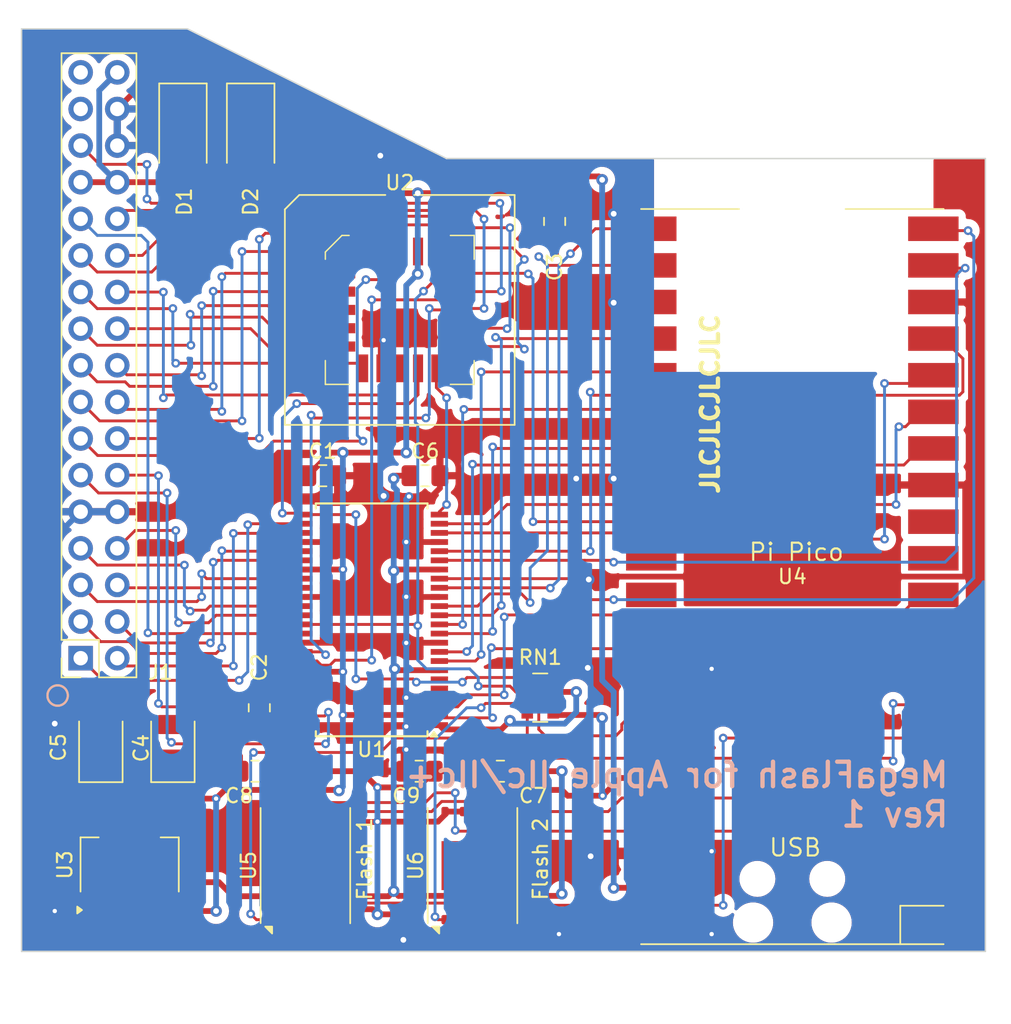
<source format=kicad_pcb>
(kicad_pcb (version 20240108) (generator "pcbnew") (generator_version "8.0")
  (layers (0 "F.Cu" signal) (31 "B.Cu" signal) (34 "B.Paste" user) (35 "F.Paste" user) (36 "B.SilkS" user "B.Silkscreen") (37 "F.SilkS" user "F.Silkscreen") (38 "B.Mask" user) (39 "F.Mask" user) (44 "Edge.Cuts" user))
  (net 0 "")
  (net 1 "GND")
  (net 2 "+3.3V_P")
  (net 3 "+5V")
  (net 4 "+3.3V")
  (net 5 "+5V_A")
  (net 6 "Net-(D2-K)")
  (net 7 "/D0#")
  (net 8 "/D6#")
  (net 9 "/A12#")
  (net 10 "/A7#")
  (net 11 "/A11#")
  (net 12 "/D3#")
  (net 13 "/A9#")
  (net 14 "/A5#")
  (net 16 "/A6#")
  (net 17 "/R{slash}~{W}#")
  (net 18 "/A10#")
  (net 19 "/D4#")
  (net 20 "/A0#")
  (net 21 "/~{RESET}#")
  (net 22 "/A13#")
  (net 23 "/A8#")
  (net 25 "/A14#")
  (net 26 "/D2#")
  (net 27 "/A1#")
  (net 28 "/A4#")
  (net 29 "/D1#")
  (net 30 "/PH0#")
  (net 31 "/D7#")
  (net 32 "/D5#")
  (net 33 "/A15#")
  (net 35 "/PH0")
  (net 36 "/~{BUF_OE}#")
  (net 37 "/~{DEVSEL}#")
  (net 38 "/D5")
  (net 39 "/~{RESET}")
  (net 40 "/BUF_DIR#")
  (net 42 "/D7")
  (net 43 "/R{slash}~{W}")
  (net 44 "/D3")
  (net 45 "/A0")
  (net 46 "/D1")
  (net 47 "/A1")
  (net 48 "/D4")
  (net 49 "/D0")
  (net 50 "/~{DEVSEL}")
  (net 51 "/D2")
  (net 52 "/D6")
  (net 53 "/PICOWR")
  (net 56 "/~{SPI0_CS1}")
  (net 57 "/~{SPI0_CS0}")
  (net 58 "/SPI0_RX")
  (net 59 "/SPI0_SCK")
  (net 60 "/SPI0_TX")
  (footprint "MCU_RaspberryPi_and_Boards:RPi_Pico_SMD_NO_LABEL_NO_DEBUG" (layer "F.Cu") (at 121 88 180)
    (property "Reference" "U4")
    (property "Value" "Pico")
  )
  (footprint "Package_SO:SSOP-48_7.5x15.9mm_P0.635mm" (layer "F.Cu") (at 91.8 91 180)
    (property "Reference" "U1")
    (property "Value" "74LVCH16T245DLR")
  )
  (footprint "Capacitor_SMD:C_0805_2012Metric_Pad1.18x1.45mm_HandSolder" (layer "F.Cu") (at 95.1 101.5 180)
    (property "Reference" "C9")
    (property "Value" "0.1u" (hide yes))
  )
  (footprint "Package_SON:WSON-8-1EP_8x6mm_P1.27mm_EP3.4x4.3mm" (layer "F.Cu") (at 98.8 108.05 90)
    (property "Reference" "U6")
    (property "Value" "W25Q01JVZE")
  )
  (footprint "Capacitor_Tantalum_SMD:CP_EIA-3528-12_Kemet-T" (layer "F.Cu") (at 73 99.8 90)
    (property "Reference" "C5")
    (property "Value" "22uF")
  )
  (footprint "Capacitor_SMD:C_0805_2012Metric_Pad1.18x1.45mm_HandSolder" (layer "F.Cu") (at 100.7375 101.5 180)
    (property "Reference" "C7")
    (property "Value" "0.1u" (hide yes))
  )
  (footprint "misc:PinHeader_2x17_P2.54mm_Vertical_Mirror" (layer "F.Cu") (at 71.6 93.66 180)
    (property "Reference" "J1")
    (property "Value" "EXPSLOT" (hide yes))
  )
  (footprint "Package_TO_SOT_SMD:SOT-223-3_TabPin2" (layer "F.Cu") (at 75 108 90)
    (property "Reference" "U3")
    (property "Value" "AMS1117-3.3")
  )
  (footprint "Capacitor_SMD:C_0805_2012Metric_Pad1.18x1.45mm_HandSolder" (layer "F.Cu") (at 83.7 101.5 180)
    (property "Reference" "C8")
    (property "Value" "0.1u" (hide yes))
  )
  (footprint "Package_LCC:PLCC-20_SMD-Socket" (layer "F.Cu") (at 93.75 69.5)
    (property "Reference" "U2")
    (property "Value" "GAL16V8")
  )
  (footprint "Capacitor_SMD:C_0805_2012Metric_Pad1.18x1.45mm_HandSolder" (layer "F.Cu") (at 95.5 81)
    (property "Reference" "C6")
    (property "Value" "0.1u" (hide yes))
  )
  (footprint "Capacitor_SMD:C_0805_2012Metric_Pad1.18x1.45mm_HandSolder" (layer "F.Cu") (at 84 97.1 -90)
    (property "Reference" "C2")
    (property "Value" "0.1u" (hide yes))
  )
  (footprint "Diode_SMD:D_SMA" (layer "F.Cu") (at 78.7 57.3 -90)
    (property "Reference" "D1")
    (property "Value" "SS12" (hide yes))
  )
  (footprint "Capacitor_SMD:C_0805_2012Metric_Pad1.18x1.45mm_HandSolder" (layer "F.Cu") (at 104.5 63.3625 -90)
    (property "Reference" "C3")
    (property "Value" "0.1u")
  )
  (footprint "Capacitor_Tantalum_SMD:CP_EIA-3528-12_Kemet-T" (layer "F.Cu") (at 78 99.8 90)
    (property "Reference" "C4")
    (property "Value" "22uF")
  )
  (footprint "Resistor_SMD:R_Array_Convex_4x0603" (layer "F.Cu") (at 103.5 96.4)
    (property "Reference" "RN1")
    (property "Value" "47k" (hide yes))
  )
  (footprint "Package_SON:WSON-8-1EP_8x6mm_P1.27mm_EP3.4x4.3mm" (layer "F.Cu") (at 87.2 108.05 90)
    (property "Reference" "U5")
    (property "Value" "W25Q01JVZE")
  )
  (footprint "Capacitor_SMD:C_0805_2012Metric_Pad1.18x1.45mm_HandSolder" (layer "F.Cu") (at 88.4 81)
    (property "Reference" "C1")
    (property "Value" "0.1u" (hide yes))
  )
  (footprint "Diode_SMD:D_SMA" (layer "F.Cu") (at 83.4 57.3 -90)
    (property "Reference" "D2")
    (property "Value" "SS12" (hide yes))
  )
  (gr_circle (center 70 96.25) (end 70.707107 96.25) (stroke (width 0.15)) (fill none) (layer "B.SilkS"))
  (gr_circle (center 70 96.25) (end 70.5 96.75) (stroke (width 0.15)) (fill none) (layer "F.SilkS"))
  (gr_line (start 67.5 114) (end 134.4 114) (stroke (width 0.1)) (layer "Edge.Cuts"))
  (gr_line (start 97 59) (end 79 50) (stroke (width 0.1)) (layer "Edge.Cuts"))
  (gr_line (start 67.5 50) (end 79 50) (stroke (width 0.1)) (layer "Edge.Cuts"))
  (gr_line (start 134.4 59) (end 97 59) (stroke (width 0.1)) (layer "Edge.Cuts"))
  (gr_line (start 67.5 50) (end 67.5 114) (stroke (width 0.1)) (layer "Edge.Cuts"))
  (gr_line (start 134.4 114) (end 134.4 59) (stroke (width 0.1)) (layer "Edge.Cuts"))
  (gr_text "MegaFlash for Apple IIc/IIc+\nRev 1" (at 132 105.5 0) (layer "B.SilkS") (effects (font (size 1.7 1.7) (thickness 0.3) (bold yes)) (justify left bottom mirror)))
  (gr_text "Flash 1" (at 91.9 110.55 90) (layer "F.SilkS") (effects (font (size 1 1)) (justify left bottom)))
  (gr_text "Flash 2" (at 104.1 110.55 90) (layer "F.SilkS") (effects (font (size 1 1)) (justify left bottom)))
  (gr_text "USB" (at 119.3 107.5 0) (layer "F.SilkS") (effects (font (size 1.2 1.2)) (justify left bottom)))
  (gr_text "JLCJLCJLCJLC" (at 116 82.4 90) (layer "F.SilkS") (effects (font (size 1.2 1.2) (thickness 0.3) (bold yes)) (justify left bottom)))
  (gr_text "Pi Pico" (at 117.9 87 0) (layer "F.SilkS") (effects (font (size 1.2 1.2)) (justify left bottom)))
  (segment (start 133 81.6) (end 133 87.92) (width 0.4) (layer "F.Cu") (net 1))
  (segment (start 114.82 113.38) (end 115.4 112.8) (width 0.4) (layer "F.Cu") (net 1))
  (segment (start 96.5 96.3975) (end 94.2025 96.3975) (width 0.4) (layer "F.Cu") (net 1))
  (segment (start 92.48 71.75) (end 92.63 71.6) (width 0.4) (layer "F.Cu") (net 1))
  (segment (start 94.2025 85.6025) (end 94.2 85.6) (width 0.4) (layer "F.Cu") (net 1))
  (segment (start 87.1 89.4125) (end 94.1875 89.4125) (width 0.4) (layer "F.Cu") (net 1))
  (segment (start 108.65 68.95) (end 108.6 69) (width 0.4) (layer "F.Cu") (net 1))
  (segment (start 115.4 81.6) (end 129.84 81.6) (width 0.4) (layer "F.Cu") (net 1))
  (segment (start 92.48 73.5525) (end 92.48 71.75) (width 0.4) (layer "F.Cu") (net 1))
  (segment (start 133.4 69.4) (end 133.4 81.2) (width 0.4) (layer "F.Cu") (net 1))
  (segment (start 92.4 58.8) (end 89.476166 58.8) (width 0.4) (layer "F.Cu") (net 1))
  (segment (start 72.7 111.15) (end 72.7 111.9) (width 0.4) (layer "F.Cu") (net 1))
  (segment (start 89.476166 58.8) (end 84.326166 53.65) (width 0.4) (layer "F.Cu") (net 1))
  (segment (start 89.4 113.2) (end 100.4 113.2) (width 0.4) (layer "F.Cu") (net 1))
  (segment (start 84 98.1375) (end 84.165 98.3025) (width 0.4) (layer "F.Cu") (net 1))
  (segment (start 109.2 81.8) (end 108.6 81.2) (width 0.4) (layer "F.Cu") (net 1))
  (segment (start 115.4 107.05) (end 129.89 107.05) (width 0.4) (layer "F.Cu") (net 1))
  (segment (start 94.2125 92.5875) (end 94.2 92.6) (width 0.4) (layer "F.Cu") (net 1))
  (segment (start 89.105 111.8) (end 89.105 112.695) (width 0.4) (layer "F.Cu") (net 1))
  (segment (start 112.11 68.95) (end 108.65 68.95) (width 0.4) (layer "F.Cu") (net 1))
  (segment (start 76.6 100.2) (end 82.4 100.2) (width 0.4) (layer "F.Cu") (net 1))
  (segment (start 82.6625 100.4625) (end 82.6625 101.5) (width 0.4) (layer "F.Cu") (net 1))
  (segment (start 89.105 112.695) (end 89 112.8) (width 0.4) (layer "F.Cu") (net 1))
  (segment (start 95.957192 82.442808) (end 94.39 82.442808) (width 0.4) (layer "F.Cu") (net 1))
  (segment (start 107.07 88) (end 106.87 88.2) (width 0.4) (layer "F.Cu") (net 1))
  (segment (start 132.95 68.95) (end 133.4 69.4) (width 0.4) (layer "F.Cu") (net 1))
  (segment (start 73 98.2625) (end 75.8 98.2625) (width 0.4) (layer "F.Cu") (net 1))
  (segment (start 129.64 69.2) (end 129.89 68.95) (width 0.4) (layer "F.Cu") (net 1))
  (segment (start 96.5375 81) (end 96.5375 81.8625) (width 0.4) (layer "F.Cu") (net 1))
  (segment (start 94.1875 92.5875) (end 94.2 92.6) (width 0.4) (layer "F.Cu") (net 1))
  (segment (start 115.4 94.4) (end 129.84 94.4) (width 0.4) (layer "F.Cu") (net 1))
  (segment (start 78 98.2625) (end 78.0625 98.325) (width 0.4) (layer "F.Cu") (net 1))
  (segment (start 104.8 112.8) (end 105.38 113.38) (width 0.4) (layer "F.Cu") (net 1))
  (segment (start 73 98.2625) (end 69.8625 98.2625) (width 0.4) (layer "F.Cu") (net 1))
  (segment (start 94.2 100) (end 94.2 101.3625) (width 0.4) (layer "F.Cu") (net 1))
  (segment (start 87.1 85.6025) (end 94.1975 85.6025) (width 0.4) (layer "F.Cu") (net 1))
  (segment (start 94.1975 96.3975) (end 94.2 96.4) (width 0.4) (layer "F.Cu") (net 1))
  (segment (start 87.1 96.3975) (end 94.1975 96.3975) (width 0.4) (layer "F.Cu") (net 1))
  (segment (start 72.7 111.15) (end 69.85 111.15) (width 0.4) (layer "F.Cu") (net 1))
  (segment (start 94.1975 85.6025) (end 94.2 85.6) (width 0.4) (layer "F.Cu") (net 1))
  (segment (start 73.6 112.8) (end 89 112.8) (width 0.4) (layer "F.Cu") (net 1))
  (segment (start 129.89 81.65) (end 132.95 81.65) (width 0.4) (layer "F.Cu") (net 1))
  (segment (start 87.1 95.1275) (end 87.1 95.7625) (width 0.4) (layer "F.Cu") (net 1))
  (segment (start 96.5 85.6025) (end 94.2025 85.6025) (width 0.4) (layer "F.Cu") (net 1))
  (segment (start 112.16 94.4) (end 112.11 94.35) (width 0.4) (layer "F.Cu") (net 1))
  (segment (start 76.05 53.65) (end 74.14 55.56) (width 0.4) (layer "F.Cu") (net 1))
  (segment (start 105.225 64.4) (end 106.795 62.83) (width 0.4) (layer "F.Cu") (net 1))
  (segment (start 78.0625 98.325) (end 83.8125 98.325) (width 0.4) (layer "F.Cu") (net 1))
  (segment (start 129.84 81.6) (end 129.89 81.65) (width 0.4) (layer "F.Cu") (net 1))
  (segment (start 129.89 68.95) (end 132.95 68.95) (width 0.4) (layer "F.Cu") (net 1))
  (segment (start 106 81.2) (end 108.6 81.2) (width 0.4) (layer "F.Cu") (net 1))
  (segment (start 75.8 98.2625) (end 75.8 99.4) (width 0.4) (layer "F.Cu") (net 1))
  (segment (start 94.2 101.3625) (end 94.0625 101.5) (width 0.4) (layer "F.Cu") (net 1))
  (segment (start 106.82 94.35) (end 106.799994 94.329994) (width 0.4) (layer "F.Cu") (net 1))
  (segment (start 127.6 88) (end 115.4 88) (width 0.4) (layer "F.Cu") (net 1))
  (segment (start 133 87.92) (end 132.92 88) (width 0.4) (layer "F.Cu") (net 1))
  (segment (start 69.85 111.15) (end 69.8 111.2) (width 0.4) (layer "F.Cu") (net 1))
  (segment (start 89 112.8) (end 89.4 113.2) (width 0.4) (layer "F.Cu") (net 1))
  (segment (start 111.96 81.8) (end 109.2 81.8) (width 0.4) (layer "F.Cu") (net 1))
  (segment (start 94.347192 82.4) (end 94.39 82.442808) (width 0.4) (layer "F.Cu") (net 1))
  (segment (start 74.14 83.5) (end 71.6 83.5) (width 0.4) (layer "F.Cu") (net 1))
  (segment (start 89.4375 81) (end 89.4375 81.725) (width 0.4) (layer "F.Cu") (net 1))
  (segment (start 132.95 81.65) (end 133 81.6) (width 0.4) (layer "F.Cu") (net 1))
  (segment (start 112.11 107.05) (end 111.76 107.4) (width 0.4) (layer "F.Cu") (net 1))
  (segment (start 83.8125 98.325) (end 84 98.1375) (width 0.4) (layer "F.Cu") (net 1))
  (segment (start 105.38 113.38) (end 114.82 113.38) (width 0.4) (layer "F.Cu") (net 1))
  (segment (start 82.4 100.2) (end 82.6625 100.4625) (width 0.4) (layer "F.Cu") (net 1))
  (segment (start 112.11 94.35) (end 106.82 94.35) (width 0.4) (layer "F.Cu") (net 1))
  (segment (start 115.4 81.6) (end 112.16 81.6) (width 0.4) (layer "F.Cu") (net 1))
  (segment (start 98.2 100) (end 99.7 101.5) (width 0.4) (layer "F.Cu") (net 1))
  (segment (start 84.165 98.3025) (end 87.1 98.3025) (width 0.4) (layer "F.Cu") (net 1))
  (segment (start 75.8 98.2625) (end 78 98.2625) (width 0.4) (layer "F.Cu") (net 1))
  (segment (start 115.4 88) (end 107.07 88) (width 0.4) (layer "F.Cu") (net 1))
  (segment (start 100.705 111.8) (end 100.705 112.705) (width 0.4) (layer "F.Cu") (net 1))
  (segment (start 133.4 81.2) (end 133 81.6) (width 0.4) (layer "F.Cu") (net 1))
  (segment (start 112.36 69.2) (end 112.11 68.95) (width 0.4) (layer "F.Cu") (net 1))
  (segment (start 100.8 112.8) (end 104.8 112.8) (width 0.4) (layer "F.Cu") (net 1))
  (segment (start 94.2025 96.3975) (end 94.2 96.4) (width 0.4) (layer "F.Cu") (net 1))
  (segment (start 104.5 64.4) (end 105.225 64.4) (width 0.4) (layer "F.Cu") (net 1))
  (segment (start 100.705 112.705) (end 100.8 112.8) (width 0.4) (layer "F.Cu") (net 1))
  (segment (start 96.5 92.5875) (end 94.2125 92.5875) (width 0.4) (layer "F.Cu") (net 1))
  (segment (start 129.84 94.4) (end 129.89 94.35) (width 0.4) (layer "F.Cu") (net 1))
  (segment (start 94.2 100) (end 98.2 100) (width 0.4) (layer "F.Cu") (net 1))
  (segment (start 112.11 107.05) (end 115.4 107.05) (width 0.4) (layer "F.Cu") (net 1))
  (segment (start 132.92 88) (end 127.6 88) (width 0.4) (layer "F.Cu") (net 1))
  (segment (start 90.1125 82.4) (end 94.347192 82.4) (width 0.4) (layer "F.Cu") (net 1))
  (segment (start 96.5 89.4125) (end 94.2125 89.4125) (width 0.4) (layer "F.Cu") (net 1))
  (segment (start 72.7 111.9) (end 73.6 112.8) (width 0.4) (layer "F.Cu") (net 1))
  (segment (start 112.11 81.65) (end 111.96 81.8) (width 0.4) (layer "F.Cu") (net 1))
  (segment (start 112.16 81.6) (end 112.11 81.65) (width 0.4) (layer "F.Cu") (net 1))
  (segment (start 94.2125 89.4125) (end 94.2 89.4) (width 0.4) (layer "F.Cu") (net 1))
  (segment (start 100.4 113.2) (end 100.8 112.8) (width 0.4) (layer "F.Cu") (net 1))
  (segment (start 84.326166 53.65) (end 76.05 53.65) (width 0.4) (layer "F.Cu") (net 1))
  (segment (start 94.1875 89.4125) (end 94.2 89.4) (width 0.4) (layer "F.Cu") (net 1))
  (segment (start 87.1 95.7625) (end 87.1 96.3975) (width 0.4) (layer "F.Cu") (net 1))
  (segment (start 96.5375 81.8625) (end 95.957192 82.442808) (width 0.4) (layer "F.Cu") (net 1))
  (segment (start 69.8625 98.2625) (end 69.8 98.2) (width 0.4) (layer "F.Cu") (net 1))
  (segment (start 75.8 99.4) (end 76.6 100.2) (width 0.4) (layer "F.Cu") (net 1))
  (segment (start 106.795 62.83) (end 108.6 62.83) (width 0.4) (layer "F.Cu") (net 1))
  (segment (start 94.1025 98.3025) (end 94.2 98.4) (width 0.4) (layer "F.Cu") (net 1))
  (segment (start 111.76 107.4) (end 106.999992 107.4) (width 0.4) (layer "F.Cu") (net 1))
  (segment (start 87.1 98.3025) (end 94.1025 98.3025) (width 0.4) (layer "F.Cu") (net 1))
  (segment (start 87.1 92.5875) (end 94.1875 92.5875) (width 0.4) (layer "F.Cu") (net 1))
  (segment (start 115.4 94.4) (end 112.16 94.4) (width 0.4) (layer "F.Cu") (net 1))
  (segment (start 89.4375 81.725) (end 90.1125 82.4) (width 0.4) (layer "F.Cu") (net 1))
  (via (at 94 113.2) (size 0.8) (drill 0.4) (layers "F.Cu" "B.Cu") (net 1))
  (via (at 94.2 89.4) (size 0.6) (drill 0.3) (layers "F.Cu" "B.Cu") (net 1))
  (via (at 94.2 85.6) (size 0.6) (drill 0.3) (layers "F.Cu" "B.Cu") (net 1))
  (via (at 106.799994 94.329994) (size 0.8) (drill 0.4) (layers "F.Cu" "B.Cu") (net 1))
  (via (at 92.63 82.4) (size 0.8) (drill 0.4) (layers "F.Cu" "B.Cu") (net 1))
  (via (at 106.999992 107.4) (size 0.8) (drill 0.4) (layers "F.Cu" "B.Cu") (net 1))
  (via (at 69.8 98.2) (size 0.8) (drill 0.4) (layers "F.Cu" "B.Cu") (net 1))
  (via (at 69.8 111.2) (size 0.6) (drill 0.3) (layers "F.Cu" "B.Cu") (net 1))
  (via (at 92.63 71.6) (size 0.6) (drill 0.3) (layers "F.Cu" "B.Cu") (net 1))
  (via (at 104.8 112.8) (size 0.6) (drill 0.3) (layers "F.Cu" "B.Cu") (net 1))
  (via (at 108.6 81.2) (size 0.8) (drill 0.4) (layers "F.Cu" "B.Cu") (net 1))
  (via (at 94.39 82.442808) (size 0.6) (drill 0.3) (layers "F.Cu" "B.Cu") (net 1))
  (via (at 115.4 112.8) (size 0.6) (drill 0.3) (layers "F.Cu" "B.Cu") (net 1))
  (via (at 106.87 88.2) (size 0.8) (drill 0.4) (layers "F.Cu" "B.Cu") (net 1))
  (via (at 94.2 98.4) (size 0.6) (drill 0.3) (layers "F.Cu" "B.Cu") (net 1))
  (via (at 115.4 94.4) (size 0.6) (drill 0.3) (layers "F.Cu" "B.Cu") (net 1))
  (via (at 92.4 58.8) (size 0.8) (drill 0.4) (layers "F.Cu" "B.Cu") (net 1))
  (via (at 94.2 92.6) (size 0.6) (drill 0.3) (layers "F.Cu" "B.Cu") (net 1))
  (via (at 115.4 107.05) (size 0.6) (drill 0.3) (layers "F.Cu" "B.Cu") (net 1))
  (via (at 106 81.2) (size 0.8) (drill 0.4) (layers "F.Cu" "B.Cu") (net 1))
  (via (at 108.6 69) (size 0.8) (drill 0.4) (layers "F.Cu" "B.Cu") (net 1))
  (via (at 94.2 96.4) (size 0.6) (drill 0.3) (layers "F.Cu" "B.Cu") (net 1))
  (via (at 108.6 62.83) (size 0.8) (drill 0.4) (layers "F.Cu" "B.Cu") (net 1))
  (via (at 94.2 100) (size 0.6) (drill 0.3) (layers "F.Cu" "B.Cu") (net 1))
  (segment (start 94.2 113) (end 94 113.2) (width 0.4) (layer "B.Cu") (net 1))
  (segment (start 69.8 98.2) (end 69.8 102.2) (width 0.4) (layer "B.Cu") (net 1))
  (segment (start 108.6 81.2) (end 108.6 69) (width 0.4) (layer "B.Cu") (net 1))
  (segment (start 115.4 107.05) (end 115.4 94.4) (width 0.4) (layer "B.Cu") (net 1))
  (segment (start 94.2 85.6) (end 94.2 89.4) (width 0.4) (layer "B.Cu") (net 1))
  (segment (start 94.2 92.6) (end 94.2 96.4) (width 0.4) (layer "B.Cu") (net 1))
  (segment (start 94.2 98.4) (end 94.2 100) (width 0.4) (layer "B.Cu") (net 1))
  (segment (start 108.6 62.83) (end 108.6 69) (width 0.4) (layer "B.Cu") (net 1))
  (segment (start 74.14 55.56) (end 74.14 58.1) (width 0.4) (layer "B.Cu") (net 1))
  (segment (start 69.8 88.8) (end 69.8 98.2) (width 0.4) (layer "B.Cu") (net 1))
  (segment (start 106.87 88.07) (end 106.2 87.4) (width 0.4) (layer "B.Cu") (net 1))
  (segment (start 94.2 100) (end 94.2 112.8) (width 0.4) (layer "B.Cu") (net 1))
  (segment (start 107.000006 94.530006) (end 107.000006 107.399986) (width 0.4) (layer "B.Cu") (net 1))
  (segment (start 92.4 58.8) (end 92.63 59.03) (width 0.4) (layer "B.Cu") (net 1))
  (segment (start 94.2 82.632808) (end 94.39 82.442808) (width 0.4) (layer "B.Cu") (net 1))
  (segment (start 104.8 112.8) (end 106.999992 110.600008) (width 0.4) (layer "B.Cu") (net 1))
  (segment (start 94.2 89.4) (end 94.2 92.6) (width 0.4) (layer "B.Cu") (net 1))
  (segment (start 92.4 74.8) (end 92.4 82.17) (width 0.4) (layer "B.Cu") (net 1))
  (segment (start 106.87 94.4) (end 106.799994 94.329994) (width 0.4) (layer "B.Cu") (net 1))
  (segment (start 69.8 102.2) (end 69.8 102.4) (width 0.4) (layer "B.Cu") (net 1))
  (segment (start 94.2 85.6) (end 94.2 82.632808) (width 0.4) (layer "B.Cu") (net 1))
  (segment (start 106.799994 94.329994) (end 107.000006 94.530006) (width 0.4) (layer "B.Cu") (net 1))
  (segment (start 92.63 59.03) (end 92.63 71.6) (width 0.4) (layer "B.Cu") (net 1))
  (segment (start 69.8 85.3) (end 69.8 88.8) (width 0.4) (layer "B.Cu") (net 1))
  (segment (start 94.2 112.8) (end 94.2 113) (width 0.4) (layer "B.Cu") (net 1))
  (segment (start 92.63 71.6) (end 92.63 74.57) (width 0.4) (layer "B.Cu") (net 1))
  (segment (start 106.87 88.2) (end 106.87 88.07) (width 0.4) (layer "B.Cu") (net 1))
  (segment (start 92.63 74.57) (end 92.4 74.8) (width 0.4) (layer "B.Cu") (net 1))
  (segment (start 106.999992 110.600008) (end 106.999992 107.4) (width 0.4) (layer "B.Cu") (net 1))
  (segment (start 106.2 87.4) (end 106.2 81.4) (width 0.4) (layer "B.Cu") (net 1))
  (segment (start 115.4 107.05) (end 115.4 112.8) (width 0.4) (layer "B.Cu") (net 1))
  (segment (start 94.2 96.4) (end 94.2 98.4) (width 0.4) (layer "B.Cu") (net 1))
  (segment (start 107.000006 107.399986) (end 106.999992 107.4) (width 0.4) (layer "B.Cu") (net 1))
  (segment (start 92.4 82.17) (end 92.63 82.4) (width 0.4) (layer "B.Cu") (net 1))
  (segment (start 106.2 81.4) (end 106 81.2) (width 0.4) (layer "B.Cu") (net 1))
  (segment (start 106.87 88.2) (end 106.87 94.4) (width 0.4) (layer "B.Cu") (net 1))
  (segment (start 69.8 102.2) (end 69.8 111.2) (width 0.4) (layer "B.Cu") (net 1))
  (segment (start 71.6 83.5) (end 69.8 85.3) (width 0.4) (layer "B.Cu") (net 1))
  (segment (start 87.29 105.025) (end 92.175 105.025) (width 0.4) (layer "F.Cu") (net 2))
  (segment (start 96.1375 101.5) (end 97.961334 101.5) (width 0.4) (layer "F.Cu") (net 2))
  (segment (start 86.565 104.3) (end 87.29 105.025) (width 0.4) (layer "F.Cu") (net 2))
  (segment (start 107.6 97.6) (end 107.8 97.8) (width 0.4) (layer "F.Cu") (net 2))
  (segment (start 87.835 111.8) (end 88.56 111.075) (width 0.4) (layer "F.Cu") (net 2))
  (segment (start 109.06 101.97) (end 107.83 103.2) (width 0.4) (layer "F.Cu") (net 2))
  (segment (start 96.895 104.3) (end 98.165 104.3) (width 0.4) (layer "F.Cu") (net 2))
  (segment (start 92.2 102.625) (end 91.075 101.5) (width 0.4) (layer "F.Cu") (net 2))
  (segment (start 91.075 101.5) (end 84.7375 101.5) (width 0.4) (layer "F.Cu") (net 2))
  (segment (start 92.2 111.43) (end 94.23 111.43) (width 0.4) (layer "F.Cu") (net 2))
  (segment (start 94.23 111.43) (end 95.325 112.525) (width 0.4) (layer "F.Cu") (net 2))
  (segment (start 92.2 105) (end 96.4 105) (width 0.4) (layer "F.Cu") (net 2))
  (segment (start 105 102.8) (end 105.4 103.2) (width 0.4) (layer "F.Cu") (net 2))
  (segment (start 95.0125 102.625) (end 92.2 102.625) (width 0.4) (layer "F.Cu") (net 2))
  (segment (start 112.11 101.97) (end 109.06 101.97) (width 0.4) (layer "F.Cu") (net 2))
  (segment (start 85.295 104.3) (end 86.565 104.3) (width 0.4) (layer "F.Cu") (net 2))
  (segment (start 96.895 104.505) (end 96.895 104.3) (width 0.4) (layer "F.Cu") (net 2))
  (segment (start 97.961334 101.5) (end 99.261334 102.8) (width 0.4) (layer "F.Cu") (net 2))
  (segment (start 105.4 103.2) (end 107.83 103.2) (width 0.4) (layer "F.Cu") (net 2))
  (segment (start 98.71 112.525) (end 99.435 111.8) (width 0.4) (layer "F.Cu") (net 2))
  (segment (start 96.1375 101.5) (end 95.0125 102.625) (width 0.4) (layer "F.Cu") (net 2))
  (segment (start 99.261334 102.8) (end 105 102.8) (width 0.4) (layer "F.Cu") (net 2))
  (segment (start 92.175 105.025) (end 92.2 105) (width 0.4) (layer "F.Cu") (net 2))
  (segment (start 104.4 96.8) (end 104.4 97.6) (width 0.4) (layer "F.Cu") (net 2))
  (segment (start 104.4 97.6) (end 107.6 97.6) (width 0.4) (layer "F.Cu") (net 2))
  (segment (start 95.325 112.525) (end 98.71 112.525) (width 0.4) (layer "F.Cu") (net 2))
  (segment (start 91.845 111.075) (end 92.2 111.43) (width 0.4) (layer "F.Cu") (net 2))
  (segment (start 88.56 111.075) (end 91.845 111.075) (width 0.4) (layer "F.Cu") (net 2))
  (segment (start 96.4 105) (end 96.895 104.505) (width 0.4) (layer "F.Cu") (net 2))
  (via (at 107.8 97.8) (size 0.8) (drill 0.4) (layers "F.Cu" "B.Cu") (net 2))
  (via (at 107.83 103.2) (size 0.6) (drill 0.3) (layers "F.Cu" "B.Cu") (net 2))
  (via (at 92.2 111.43) (size 0.8) (drill 0.4) (layers "F.Cu" "B.Cu") (net 2))
  (via (at 92.2 102.625) (size 0.6) (drill 0.3) (layers "F.Cu" "B.Cu") (net 2))
  (via (at 92.2 105) (size 0.6) (drill 0.3) (layers "F.Cu" "B.Cu") (net 2))
  (segment (start 92.2 105) (end 92.2 111.43) (width 0.4) (layer "B.Cu") (net 2))
  (segment (start 92.2 102.625) (end 92.2 105) (width 0.4) (layer "B.Cu") (net 2))
  (segment (start 107.8 103.17) (end 107.83 103.2) (width 0.4) (layer "B.Cu") (net 2))
  (segment (start 107.8 97.8) (end 107.8 103.17) (width 0.4) (layer "B.Cu") (net 2))
  (segment (start 89.7925 87.5075) (end 89.8 87.5) (width 0.4) (layer "F.Cu") (net 3))
  (segment (start 89.8 97.6) (end 94.8 97.6) (width 0.4) (layer "F.Cu") (net 3))
  (segment (start 96.7975 98.6) (end 100.8 98.6) (width 0.4) (layer "F.Cu") (net 3))
  (segment (start 80.062504 103.400004) (end 81 103.400004) (width 0.4) (layer "F.Cu") (net 3))
  (segment (start 104.5 62.3) (end 103.6 61.4) (width 0.4) (layer "F.Cu") (net 3))
  (segment (start 95 65.4675) (end 95.02 65.4475) (width 0.4) (layer "F.Cu") (net 3))
  (segment (start 84.4 57.6) (end 81 57.6) (width 0.4) (layer "F.Cu") (net 3))
  (segment (start 81.600004 102.8) (end 89.483666 102.8) (width 0.4) (layer "F.Cu") (net 3))
  (segment (start 100.8 98.6) (end 101.4 98) (width 0.4) (layer "F.Cu") (net 3))
  (segment (start 103.6 61.4) (end 88.2 61.4) (width 0.4) (layer "F.Cu") (net 3))
  (segment (start 95 67) (end 95 65.4675) (width 0.4) (layer "F.Cu") (net 3))
  (segment (start 87.1 87.5075) (end 89.7925 87.5075) (width 0.4) (layer "F.Cu") (net 3))
  (segment (start 89.483666 102.8) (end 89.528666 102.845) (width 0.4) (layer "F.Cu") (net 3))
  (segment (start 78 101.3375) (end 80.062504 103.400004) (width 0.4) (layer "F.Cu") (net 3))
  (segment (start 84.7075 94.4925) (end 84 95.2) (width 0.4) (layer "F.Cu") (net 3))
  (segment (start 81 111.2) (end 77.35 111.2) (width 0.4) (layer "F.Cu") (net 3))
  (segment (start 77.35 111.2) (end 77.3 111.15) (width 0.4) (layer "F.Cu") (net 3))
  (segment (start 87.1 94.4925) (end 88.038755 94.4925) (width 0.4) (layer "F.Cu") (net 3))
  (segment (start 88.038755 94.4925) (end 88.146255 94.6) (width 0.4) (layer "F.Cu") (net 3))
  (segment (start 104.5 62.325) (end 104.5 62.3) (width 0.4) (layer "F.Cu") (net 3))
  (segment (start 87.3625 81) (end 88.9625 79.4) (width 0.4) (layer "F.Cu") (net 3))
  (segment (start 104.4 95.2) (end 104.4 96) (width 0.4) (layer "F.Cu") (net 3))
  (segment (start 84 95.2) (end 84 96.0625) (width 0.4) (layer "F.Cu") (net 3))
  (segment (start 88.146255 94.6) (end 89.8 94.6) (width 0.4) (layer "F.Cu") (net 3))
  (segment (start 94.8 97.6) (end 95.5025 98.3025) (width 0.4) (layer "F.Cu") (net 3))
  (segment (start 88.9625 79.4) (end 94.2 79.4) (width 0.4) (layer "F.Cu") (net 3))
  (segment (start 88.2 61.4) (end 84.4 57.6) (width 0.4) (layer "F.Cu") (net 3))
  (segment (start 81 103.400004) (end 81.600004 102.8) (width 0.4) (layer "F.Cu") (net 3))
  (segment (start 81 57.6) (end 78.7 55.3) (width 0.4) (layer "F.Cu") (net 3))
  (segment (start 87.1 94.4925) (end 84.7075 94.4925) (width 0.4) (layer "F.Cu") (net 3))
  (segment (start 95.5025 98.3025) (end 96.5 98.3025) (width 0.4) (layer "F.Cu") (net 3))
  (segment (start 96.5 98.3025) (end 96.7975 98.6) (width 0.4) (layer "F.Cu") (net 3))
  (segment (start 104.4 96) (end 106 96) (width 0.4) (layer "F.Cu") (net 3))
  (via (at 89.528666 102.845) (size 0.8) (drill 0.4) (layers "F.Cu" "B.Cu") (net 3))
  (via (at 94.2 79.4) (size 0.8) (drill 0.4) (layers "F.Cu" "B.Cu") (net 3))
  (via (at 101.4 98) (size 0.8) (drill 0.4) (layers "F.Cu" "B.Cu") (net 3))
  (via (at 89.8 97.6) (size 0.6) (drill 0.3) (layers "F.Cu" "B.Cu") (net 3))
  (via (at 81 111.2) (size 0.8) (drill 0.4) (layers "F.Cu" "B.Cu") (net 3))
  (via (at 106 96) (size 0.8) (drill 0.4) (layers "F.Cu" "B.Cu") (net 3))
  (via (at 95 61.4) (size 0.8) (drill 0.4) (layers "F.Cu" "B.Cu") (net 3))
  (via (at 89.8 87.5) (size 0.6) (drill 0.3) (layers "F.Cu" "B.Cu") (net 3))
  (via (at 89.8 79.4) (size 0.8) (drill 0.4) (layers "F.Cu" "B.Cu") (net 3))
  (via (at 89.8 94.6) (size 0.6) (drill 0.3) (layers "F.Cu" "B.Cu") (net 3))
  (via (at 81 103.400004) (size 0.6) (drill 0.3) (layers "F.Cu" "B.Cu") (net 3))
  (via (at 95 67) (size 0.8) (drill 0.4) (layers "F.Cu" "B.Cu") (net 3))
  (segment (start 105.2 98.2) (end 106 97.4) (width 0.4) (layer "B.Cu") (net 3))
  (segment (start 89.8 94.6) (end 89.8 97.6) (width 0.4) (layer "B.Cu") (net 3))
  (segment (start 101.4 98) (end 101.6 98.2) (width 0.4) (layer "B.Cu") (net 3))
  (segment (start 89.8 97.6) (end 89.8 102.573666) (width 0.4) (layer "B.Cu") (net 3))
  (segment (start 106 97.4) (end 106 96) (width 0.4) (layer "B.Cu") (net 3))
  (segment (start 95 67) (end 95 61.4) (width 0.4) (layer "B.Cu") (net 3))
  (segment (start 95 67) (end 94.2 67.8) (width 0.4) (layer "B.Cu") (net 3))
  (segment (start 101.6 98.2) (end 105.2 98.2) (width 0.4) (layer "B.Cu") (net 3))
  (segment (start 94.2 67.8) (end 94.2 79.4) (width 0.4) (layer "B.Cu") (net 3))
  (segment (start 89.8 94.6) (end 89.8 79.4) (width 0.4) (layer "B.Cu") (net 3))
  (segment (start 81 111.2) (end 81 103.400004) (width 0.4) (layer "B.Cu") (net 3))
  (segment (start 89.8 102.573666) (end 89.528666 102.845) (width 0.4) (layer "B.Cu") (net 3))
  (segment (start 81.2 109.2) (end 82.173 110.173) (width 0.4) (layer "F.Cu") (net 4))
  (segment (start 104.85 110.15) (end 105 110) (width 0.4) (layer "F.Cu") (net 4))
  (segment (start 75 109.2) (end 75 111.15) (width 0.4) (layer "F.Cu") (net 4))
  (segment (start 93.4925 94.4925) (end 93.4 94.4) (width 0.4) (layer "F.Cu") (net 4))
  (segment (start 93.662 110.15) (end 104.85 110.15) (width 0.4) (layer "F.Cu") (net 4))
  (segment (start 93.4225 87.5075) (end 93.33 87.6) (width 0.4) (layer "F.Cu") (net 4))
  (segment (start 75 104.85) (end 75 109.2) (width 0.4) (layer "F.Cu") (net 4))
  (segment (start 75 109.2) (end 81.2 109.2) (width 0.4) (layer "F.Cu") (net 4))
  (segment (start 93.33 109.818) (end 93.662 110.15) (width 0.4) (layer "F.Cu") (net 4))
  (segment (start 73 101.3375) (end 75 103.3375) (width 0.4) (layer "F.Cu") (net 4))
  (segment (start 93.53 81) (end 93.33 81.2) (width 0.4) (layer "F.Cu") (net 4))
  (segment (start 94.4625 81) (end 93.53 81) (width 0.4) (layer "F.Cu") (net 4))
  (segment (start 96.5 87.5075) (end 93.4225 87.5075) (width 0.4) (layer "F.Cu") (net 4))
  (segment (start 101.775 101.5) (end 105 101.5) (width 0.4) (layer "F.Cu") (net 4))
  (segment (start 92.975 110.173) (end 93.33 109.818) (width 0.4) (layer "F.Cu") (net 4))
  (segment (start 82.173 110.173) (end 92.975 110.173) (width 0.4) (layer "F.Cu") (net 4))
  (segment (start 75 103.3375) (end 75 104.85) (width 0.4) (layer "F.Cu") (net 4))
  (segment (start 96.5 94.4925) (end 93.4925 94.4925) (width 0.4) (layer "F.Cu") (net 4))
  (via (at 93.4 94.4) (size 0.8) (drill 0.4) (layers "F.Cu" "B.Cu") (net 4))
  (via (at 93.33 109.818) (size 0.8) (drill 0.4) (layers "F.Cu" "B.Cu") (net 4))
  (via (at 93.33 87.6) (size 0.8) (drill 0.4) (layers "F.Cu" "B.Cu") (net 4))
  (via (at 105 110) (size 0.8) (drill 0.4) (layers "F.Cu" "B.Cu") (net 4))
  (via (at 93.33 81.2) (size 0.8) (drill 0.4) (layers "F.Cu" "B.Cu") (net 4))
  (via (at 105 101.5) (size 0.8) (drill 0.4) (layers "F.Cu" "B.Cu") (net 4))
  (segment (start 105 110) (end 105 101.5) (width 0.4) (layer "B.Cu") (net 4))
  (segment (start 93.33 87.6) (end 93.33 109.818) (width 0.4) (layer "B.Cu") (net 4))
  (segment (start 93.33 81.784781) (end 93.56 82.014781) (width 0.4) (layer "B.Cu") (net 4))
  (segment (start 93.33 83.015219) (end 93.33 87.6) (width 0.4) (layer "B.Cu") (net 4))
  (segment (start 93.56 82.785219) (end 93.33 83.015219) (width 0.4) (layer "B.Cu") (net 4))
  (segment (start 93.56 82.014781) (end 93.56 82.785219) (width 0.4) (layer "B.Cu") (net 4))
  (segment (start 93.33 81.2) (end 93.33 81.784781) (width 0.4) (layer "B.Cu") (net 4))
  (segment (start 71.6 60.64) (end 74.14 60.64) (width 0.4) (layer "F.Cu") (net 5))
  (segment (start 78.7 59.3) (end 83.4 59.3) (width 0.4) (layer "F.Cu") (net 5))
  (segment (start 74.14 60.64) (end 77.36 60.64) (width 0.4) (layer "F.Cu") (net 5))
  (segment (start 77.36 60.64) (end 78.7 59.3) (width 0.4) (layer "F.Cu") (net 5))
  (segment (start 72.89 54.27) (end 72.89 59.39) (width 0.4) (layer "B.Cu") (net 5))
  (segment (start 74.14 53.02) (end 72.89 54.27) (width 0.4) (layer "B.Cu") (net 5))
  (segment (start 72.89 59.39) (end 74.14 60.64) (width 0.4) (layer "B.Cu") (net 5))
  (segment (start 83.4 55.3) (end 88.34 60.24) (width 0.4) (layer "F.Cu") (net 6))
  (segment (start 107.566409 60.24) (end 107.8 60.473591) (width 0.4) (layer "F.Cu") (net 6))
  (segment (start 112.12 109.6) (end 112.11 109.59) (width 0.4) (layer "F.Cu") (net 6))
  (segment (start 108.61 109.59) (end 108.6 109.6) (width 0.4) (layer "F.Cu") (net 6))
  (segment (start 112.11 109.59) (end 108.61 109.59) (width 0.4) (layer "F.Cu") (net 6))
  (segment (start 88.34 60.24) (end 107.566409 60.24) (width 0.4) (layer "F.Cu") (net 6))
  (via (at 108.6 109.6) (size 0.8) (drill 0.4) (layers "F.Cu" "B.Cu") (net 6))
  (via (at 107.8 60.473591) (size 0.8) (drill 0.4) (layers "F.Cu" "B.Cu") (net 6))
  (segment (start 107.8 95.2) (end 107.8 60.473591) (width 0.4) (layer "B.Cu") (net 6))
  (segment (start 108.6 96) (end 107.8 95.2) (width 0.4) (layer "B.Cu") (net 6))
  (segment (start 108.6 109.6) (end 108.6 96) (width 0.4) (layer "B.Cu") (net 6))
  (segment (start 83.2675 84.3325) (end 83.2 84.4) (width 0.2) (layer "F.Cu") (net 7))
  (segment (start 73.14 95.2) (end 82.6 95.2) (width 0.2) (layer "F.Cu") (net 7))
  (segment (start 71.6 93.66) (end 73.14 95.2) (width 0.2) (layer "F.Cu") (net 7))
  (segment (start 87.1 84.3325) (end 83.2675 84.3325) (width 0.2) (layer "F.Cu") (net 7))
  (via (at 82.6 95.2) (size 0.6) (drill 0.3) (layers "F.Cu" "B.Cu") (net 7))
  (via (at 83.2 84.4) (size 0.6) (drill 0.3) (layers "F.Cu" "B.Cu") (net 7))
  (segment (start 82.6 95.2) (end 83.2 94.6) (width 0.2) (layer "B.Cu") (net 7))
  (segment (start 83.2 94.6) (end 83.2 91) (width 0.2) (layer "B.Cu") (net 7))
  (segment (start 83.2 91) (end 83.2 84.4) (width 0.2) (layer "B.Cu") (net 7))
  (segment (start 80.584876 90.0475) (end 80.302376 90.33) (width 0.2) (layer "F.Cu") (net 8))
  (segment (start 72.76 87.2) (end 78.8 87.2) (width 0.2) (layer "F.Cu") (net 8))
  (segment (start 80.302376 90.33) (end 79.27 90.33) (width 0.2) (layer "F.Cu") (net 8))
  (segment (start 79.27 90.33) (end 79.2 90.4) (width 0.2) (layer "F.Cu") (net 8))
  (segment (start 71.6 86.04) (end 72.76 87.2) (width 0.2) (layer "F.Cu") (net 8))
  (segment (start 87.1 90.0475) (end 80.584876 90.0475) (width 0.2) (layer "F.Cu") (net 8))
  (via (at 79.2 90.4) (size 0.6) (drill 0.3) (layers "F.Cu" "B.Cu") (net 8))
  (via (at 78.8 87.2) (size 0.6) (drill 0.3) (layers "F.Cu" "B.Cu") (net 8))
  (segment (start 78.8 90) (end 79.2 90.4) (width 0.2) (layer "B.Cu") (net 8))
  (segment (start 78.8 87.2) (end 78.8 90) (width 0.2) (layer "B.Cu") (net 8))
  (segment (start 91.21 73.5525) (end 90.857499 73.199999) (width 0.2) (layer "F.Cu") (net 9))
  (segment (start 72.75 69.41) (end 77.99 69.41) (width 0.2) (layer "F.Cu") (net 9))
  (segment (start 71.6 68.26) (end 72.75 69.41) (width 0.2) (layer "F.Cu") (net 9))
  (segment (start 77.99 69.41) (end 78 69.4) (width 0.2) (layer "F.Cu") (net 9))
  (segment (start 90.857499 73.199999) (end 78.200001 73.199999) (width 0.2) (layer "F.Cu") (net 9))
  (via (at 78.200001 73.199999) (size 0.6) (drill 0.3) (layers "F.Cu" "B.Cu") (net 9))
  (via (at 78 69.4) (size 0.6) (drill 0.3) (layers "F.Cu" "B.Cu") (net 9))
  (segment (start 78 69.4) (end 78 72.999998) (width 0.2) (layer "B.Cu") (net 9))
  (segment (start 78 72.999998) (end 78.200001 73.199999) (width 0.2) (layer "B.Cu") (net 9))
  (segment (start 81.26 76.4) (end 81.4 76.54) (width 0.2) (layer "F.Cu") (net 10))
  (segment (start 74.14 75.88) (end 74.66 76.4) (width 0.2) (layer "F.Cu") (net 10))
  (segment (start 81.4 67.2) (end 81.64 66.96) (width 0.2) (layer "F.Cu") (net 10))
  (segment (start 74.66 76.4) (end 81.26 76.4) (width 0.2) (layer "F.Cu") (net 10))
  (segment (start 81.64 66.96) (end 89.6975 66.96) (width 0.2) (layer "F.Cu") (net 10))
  (via (at 81.4 67.2) (size 0.6) (drill 0.3) (layers "F.Cu" "B.Cu") (net 10))
  (via (at 81.4 76.54) (size 0.6) (drill 0.3) (layers "F.Cu" "B.Cu") (net 10))
  (segment (start 81.4 67.2) (end 81.4 76.54) (width 0.2) (layer "B.Cu") (net 10))
  (segment (start 74.14 70.8) (end 83.4 70.8) (width 0.2) (layer "F.Cu") (net 11))
  (segment (start 83.4 70.8) (end 84.64 72.04) (width 0.2) (layer "F.Cu") (net 11))
  (segment (start 84.64 72.04) (end 89.6975 72.04) (width 0.2) (layer "F.Cu") (net 11))
  (segment (start 81.1275 86.8725) (end 87.1 86.8725) (width 0.2) (layer "F.Cu") (net 12))
  (segment (start 74.14 91.12) (end 75.623 92.603) (width 0.2) (layer "F.Cu") (net 12))
  (segment (start 75.623 92.603) (end 80.6 92.603) (width 0.2) (layer "F.Cu") (net 12))
  (segment (start 81 87) (end 81.1275 86.8725) (width 0.2) (layer "F.Cu") (net 12))
  (segment (start 80.8 87) (end 81 87) (width 0.2) (layer "F.Cu") (net 12))
  (via (at 80.6 92.603) (size 0.6) (drill 0.3) (layers "F.Cu" "B.Cu") (net 12))
  (via (at 80.8 87) (size 0.6) (drill 0.3) (layers "F.Cu" "B.Cu") (net 12))
  (segment (start 80.8 92.403) (end 80.6 92.603) (width 0.2) (layer "B.Cu") (net 12))
  (segment (start 80.8 87) (end 80.8 92.403) (width 0.2) (layer "B.Cu") (net 12))
  (segment (start 84.9 69.5) (end 84.6 69.2) (width 0.2) (layer "F.Cu") (net 13))
  (segment (start 79.93 74) (end 80 74.07) (width 0.2) (layer "F.Cu") (net 13))
  (segment (start 74.14 73.34) (end 74.8 74) (width 0.2) (layer "F.Cu") (net 13))
  (segment (start 84.6 69.2) (end 80 69.2) (width 0.2) (layer "F.Cu") (net 13))
  (segment (start 89.6975 69.5) (end 84.9 69.5) (width 0.2) (layer "F.Cu") (net 13))
  (segment (start 74.8 74) (end 79.93 74) (width 0.2) (layer "F.Cu") (net 13))
  (via (at 80 69.2) (size 0.6) (drill 0.3) (layers "F.Cu" "B.Cu") (net 13))
  (via (at 80 74.07) (size 0.6) (drill 0.3) (layers "F.Cu" "B.Cu") (net 13))
  (segment (start 80 69.2) (end 80 74.07) (width 0.2) (layer "B.Cu") (net 13))
  (segment (start 92.48 65.4475) (end 92.48 64.835) (width 0.2) (layer "F.Cu") (net 14))
  (segment (start 92.48 64.835) (end 91.83 64.185) (width 0.2) (layer "F.Cu") (net 14))
  (segment (start 91.83 64.185) (end 84.415 64.185) (width 0.2) (layer "F.Cu") (net 14))
  (segment (start 74.14 78.42) (end 83.98 78.42) (width 0.2) (layer "F.Cu") (net 14))
  (segment (start 84.415 64.185) (end 84 64.6) (width 0.2) (layer "F.Cu") (net 14))
  (segment (start 83.98 78.42) (end 84 78.4) (width 0.2) (layer "F.Cu") (net 14))
  (via (at 84 78.4) (size 0.6) (drill 0.3) (layers "F.Cu" "B.Cu") (net 14))
  (via (at 84 64.6) (size 0.6) (drill 0.3) (layers "F.Cu" "B.Cu") (net 14))
  (segment (start 84 78.4) (end 84 64.6) (width 0.2) (layer "B.Cu") (net 14))
  (segment (start 71.6 75.88) (end 72.92 77.2) (width 0.2) (layer "F.Cu") (net 16))
  (segment (start 82.799998 77.2) (end 82.799999 77.199999) (width 0.2) (layer "F.Cu") (net 16))
  (segment (start 91.21 65.4475) (end 82.8 65.4475) (width 0.2) (layer "F.Cu") (net 16))
  (segment (start 82.4 77.2) (end 82.799998 77.2) (width 0.2) (layer "F.Cu") (net 16))
  (segment (start 72.92 77.2) (end 82.4 77.2) (width 0.2) (layer "F.Cu") (net 16))
  (via (at 82.8 65.4475) (size 0.6) (drill 0.3) (layers "F.Cu" "B.Cu") (net 16))
  (via (at 82.799999 77.199999) (size 0.6) (drill 0.3) (layers "F.Cu" "B.Cu") (net 16))
  (segment (start 82.8 77.199998) (end 82.799999 77.199999) (width 0.2) (layer "B.Cu") (net 16))
  (segment (start 82.8 65.4475) (end 82.8 77.199998) (width 0.2) (layer "B.Cu") (net 16))
  (segment (start 95.9 69.5) (end 95.8 69.4) (width 0.2) (layer "F.Cu") (net 17))
  (segment (start 97.9025 69.4) (end 97.8025 69.5) (width 0.2) (layer "F.Cu") (net 17))
  (segment (start 74.14 63.18) (end 74.72 62.6) (width 0.2) (layer "F.Cu") (net 17))
  (segment (start 87.1 93.2225) (end 88.405 93.2225) (width 0.2) (layer "F.Cu") (net 17))
  (segment (start 99.6 69.4) (end 97.9025 69.4) (width 0.2) (layer "F.Cu") (net 17))
  (segment (start 88.405 93.2225) (end 88.6 93.4175) (width 0.2) (layer "F.Cu") (net 17))
  (segment (start 87.6 76.8) (end 87.8 77) (width 0.2) (layer "F.Cu") (net 17))
  (segment (start 99 62.6) (end 99.6 63.2) (width 0.2) (layer "F.Cu") (net 17))
  (segment (start 87.8 77) (end 95.56 77) (width 0.2) (layer "F.Cu") (net 17))
  (segment (start 74.72 62.6) (end 99 62.6) (width 0.2) (layer "F.Cu") (net 17))
  (segment (start 97.8025 69.5) (end 95.9 69.5) (width 0.2) (layer "F.Cu") (net 17))
  (via (at 99.6 63.2) (size 0.6) (drill 0.3) (layers "F.Cu" "B.Cu") (net 17))
  (via (at 99.6 69.4) (size 0.6) (drill 0.3) (layers "F.Cu" "B.Cu") (net 17))
  (via (at 95.56 77) (size 0.6) (drill 0.3) (layers "F.Cu" "B.Cu") (net 17))
  (via (at 87.6 76.8) (size 0.6) (drill 0.3) (layers "F.Cu" "B.Cu") (net 17))
  (via (at 88.6 93.4175) (size 0.6) (drill 0.3) (layers "F.Cu" "B.Cu") (net 17))
  (via (at 95.8 69.4) (size 0.6) (drill 0.3) (layers "F.Cu" "B.Cu") (net 17))
  (segment (start 87.6 92.4175) (end 88.6 93.4175) (width 0.2) (layer "B.Cu") (net 17))
  (segment (start 95.8 69.4) (end 95.8 76.76) (width 0.2) (layer "B.Cu") (net 17))
  (segment (start 99.6 69.4) (end 99.6 63.2) (width 0.2) (layer "B.Cu") (net 17))
  (segment (start 87.6 76.8) (end 87.6 92.4175) (width 0.2) (layer "B.Cu") (net 17))
  (segment (start 95.8 76.76) (end 95.56 77) (width 0.2) (layer "B.Cu") (net 17))
  (segment (start 79.2 69.8) (end 79.4 70) (width 0.2) (layer "F.Cu") (net 18))
  (segment (start 79.4 70) (end 84.2 70) (width 0.2) (layer "F.Cu") (net 18))
  (segment (start 84.97 70.77) (end 89.6975 70.77) (width 0.2) (layer "F.Cu") (net 18))
  (segment (start 79.4 71.8) (end 79.25 71.95) (width 0.2) (layer "F.Cu") (net 18))
  (segment (start 84.2 70) (end 84.97 70.77) (width 0.2) (layer "F.Cu") (net 18))
  (segment (start 71.6 70.8) (end 72.75 71.95) (width 0.2) (layer "F.Cu") (net 18))
  (segment (start 72.75 71.95) (end 79.25 71.95) (width 0.2) (layer "F.Cu") (net 18))
  (via (at 79.2 69.8) (size 0.6) (drill 0.3) (layers "F.Cu" "B.Cu") (net 18))
  (via (at 79.25 71.95) (size 0.6) (drill 0.3) (layers "F.Cu" "B.Cu") (net 18))
  (segment (start 79.25 71.95) (end 79.25 69.85) (width 0.2) (layer "B.Cu") (net 18))
  (segment (start 79.25 69.85) (end 79.2 69.8) (width 0.2) (layer "B.Cu") (net 18))
  (segment (start 80.3425 88.1425) (end 87.1 88.1425) (width 0.2) (layer "F.Cu") (net 19))
  (segment (start 80 87.8) (end 80.3425 88.1425) (width 0.2) (layer "F.Cu") (net 19))
  (segment (start 72.75 89.73) (end 79.67 89.73) (width 0.2) (layer "F.Cu") (net 19))
  (segment (start 79.67 89.73) (end 80 89.4) (width 0.2) (layer "F.Cu") (net 19))
  (segment (start 71.6 88.58) (end 72.75 89.73) (width 0.2) (layer "F.Cu") (net 19))
  (via (at 80 89.4) (size 0.6) (drill 0.3) (layers "F.Cu" "B.Cu") (net 19))
  (via (at 80 87.8) (size 0.6) (drill 0.3) (layers "F.Cu" "B.Cu") (net 19))
  (segment (start 80 87.8) (end 80 89.4) (width 0.2) (layer "B.Cu") (net 19))
  (segment (start 72.84 82.2) (end 77.6 82.2) (width 0.2) (layer "F.Cu") (net 20))
  (segment (start 78 99.6) (end 88.6 99.6) (width 0.2) (layer "F.Cu") (net 20))
  (segment (start 71.6 80.96) (end 72.84 82.2) (width 0.2) (layer "F.Cu") (net 20))
  (segment (start 77.9 99.5) (end 78 99.6) (width 0.2) (layer "F.Cu") (net 20))
  (segment (start 88.5325 97.6675) (end 87.1 97.6675) (width 0.2) (layer "F.Cu") (net 20))
  (segment (start 88.8 97.4) (end 88.5325 97.6675) (width 0.2) (layer "F.Cu") (net 20))
  (via (at 77.9 99.5) (size 0.6) (drill 0.3) (layers "F.Cu" "B.Cu") (net 20))
  (via (at 88.8 97.4) (size 0.6) (drill 0.3) (layers "F.Cu" "B.Cu") (net 20))
  (via (at 77.6 82.2) (size 0.6) (drill 0.3) (layers "F.Cu" "B.Cu") (net 20))
  (via (at 88.6 99.6) (size 0.6) (drill 0.3) (layers "F.Cu" "B.Cu") (net 20))
  (segment (start 77.6 99.2) (end 77.9 99.5) (width 0.2) (layer "B.Cu") (net 20))
  (segment (start 88.8 99.4) (end 88.6 99.6) (width 0.2) (layer "B.Cu") (net 20))
  (segment (start 77.6 82.2) (end 77.6 99.2) (width 0.2) (layer "B.Cu") (net 20))
  (segment (start 77.9 99.5) (end 78 99.6) (width 0.2) (layer "B.Cu") (net 20))
  (segment (start 88.8 97.4) (end 88.8 99.4) (width 0.2) (layer "B.Cu") (net 20))
  (segment (start 87.1 91.9525) (end 76.3225 91.9525) (width 0.2) (layer "F.Cu") (net 21))
  (segment (start 76.3225 91.9525) (end 76.27 91.9) (width 0.2) (layer "F.Cu") (net 21))
  (via (at 76.27 91.9) (size 0.6) (drill 0.3) (layers "F.Cu" "B.Cu") (net 21))
  (segment (start 76.3 91.9) (end 76.27 91.9) (width 0.2) (layer "B.Cu") (net 21))
  (segment (start 71.6 63.18) (end 72.75 64.33) (width 0.2) (layer "B.Cu") (net 21))
  (segment (start 75.8 64.33) (end 76.27 64.8) (width 0.2) (layer "B.Cu") (net 21))
  (segment (start 76.27 64.8) (end 76.27 91.9) (width 0.2) (layer "B.Cu") (net 21))
  (segment (start 72.75 64.33) (end 75.8 64.33) (width 0.2) (layer "B.Cu") (net 21))
  (segment (start 76.4 92) (end 76.3 91.9) (width 0.2) (layer "B.Cu") (net 21))
  (segment (start 77.4 68.2) (end 77.34 68.26) (width 0.2) (layer "F.Cu") (net 22))
  (segment (start 77.54 75.4) (end 77.34 75.6) (width 0.2) (layer "F.Cu") (net 22))
  (segment (start 92.515 75.4) (end 77.54 75.4) (width 0.2) (layer "F.Cu") (net 22))
  (segment (start 93.75 74.165) (end 92.515 75.4) (width 0.2) (layer "F.Cu") (net 22))
  (segment (start 74.14 68.26) (end 77.34 68.26) (width 0.2) (layer "F.Cu") (net 22))
  (segment (start 93.75 73.5525) (end 93.75 74.165) (width 0.2) (layer "F.Cu") (net 22))
  (via (at 77.34 75.6) (size 0.6) (drill 0.3) (layers "F.Cu" "B.Cu") (net 22))
  (via (at 77.34 68.26) (size 0.6) (drill 0.3) (layers "F.Cu" "B.Cu") (net 22))
  (segment (start 77.34 68.26) (end 77.34 75.6) (width 0.2) (layer "B.Cu") (net 22))
  (segment (start 75 74.8) (end 81 74.8) (width 0.2) (layer "F.Cu") (net 23))
  (segment (start 72.75 74.49) (end 74.69 74.49) (width 0.2) (layer "F.Cu") (net 23))
  (segment (start 80.83 68.23) (end 89.6975 68.23) (width 0.2) (layer "F.Cu") (net 23))
  (segment (start 74.69 74.49) (end 75 74.8) (width 0.2) (layer "F.Cu") (net 23))
  (segment (start 80.8 68.2) (end 80.83 68.23) (width 0.2) (layer "F.Cu") (net 23))
  (segment (start 81 74.8) (end 80.8 74.8) (width 0.2) (layer "F.Cu") (net 23))
  (segment (start 71.6 73.34) (end 72.75 74.49) (width 0.2) (layer "F.Cu") (net 23))
  (via (at 80.8 68.2) (size 0.6) (drill 0.3) (layers "F.Cu" "B.Cu") (net 23))
  (via (at 80.8 74.8) (size 0.6) (drill 0.3) (layers "F.Cu" "B.Cu") (net 23))
  (segment (start 80.8 74.8) (end 80.8 68.2) (width 0.2) (layer "B.Cu") (net 23))
  (segment (start 96.8 63.6) (end 98.4 65.2) (width 0.2) (layer "F.Cu") (net 25))
  (segment (start 97.8025 72.04) (end 102.22 72.04) (width 0.2) (layer "F.Cu") (net 25))
  (segment (start 76.53 66.87) (end 79.8 63.6) (width 0.2) (layer "F.Cu") (net 25))
  (segment (start 72.75 66.87) (end 76.53 66.87) (width 0.2) (layer "F.Cu") (net 25))
  (segment (start 71.6 65.72) (end 72.75 66.87) (width 0.2) (layer "F.Cu") (net 25))
  (segment (start 101.6 65.2) (end 102.4 66) (width 0.2) (layer "F.Cu") (net 25))
  (segment (start 102.22 72.04) (end 102.4 72.22) (width 0.2) (layer "F.Cu") (net 25))
  (segment (start 79.8 63.6) (end 96.8 63.6) (width 0.2) (layer "F.Cu") (net 25))
  (segment (start 98.4 65.2) (end 101.6 65.2) (width 0.2) (layer "F.Cu") (net 25))
  (via (at 102.4 72.22) (size 0.6) (drill 0.3) (layers "F.Cu" "B.Cu") (net 25))
  (via (at 102.4 66) (size 0.6) (drill 0.3) (layers "F.Cu" "B.Cu") (net 25))
  (segment (start 102.4 66) (end 101.94 66.46) (width 0.2) (layer "B.Cu") (net 25))
  (segment (start 101.94 66.46) (end 101.94 71.76) (width 0.2) (layer "B.Cu") (net 25))
  (segment (start 101.94 71.76) (end 102.4 72.22) (width 0.2) (layer "B.Cu") (net 25))
  (segment (start 81.4 86.2) (end 81.6 86.2) (width 0.2) (layer "F.Cu") (net 26))
  (segment (start 81.6375 86.2375) (end 87.1 86.2375) (width 0.2) (layer "F.Cu") (net 26))
  (segment (start 81.6 86.2) (end 81.6375 86.2375) (width 0.2) (layer "F.Cu") (net 26))
  (segment (start 72.99 92.51) (end 74.972448 92.51) (width 0.2) (layer "F.Cu") (net 26))
  (segment (start 71.6 91.12) (end 72.99 92.51) (width 0.2) (layer "F.Cu") (net 26))
  (segment (start 75.795448 93.333) (end 80.997 93.333) (width 0.2) (layer "F.Cu") (net 26))
  (segment (start 74.972448 92.51) (end 75.795448 93.333) (width 0.2) (layer "F.Cu") (net 26))
  (segment (start 80.997 93.333) (end 81.4 92.93) (width 0.2) (layer "F.Cu") (net 26))
  (via (at 81.4 92.93) (size 0.6) (drill 0.3) (layers "F.Cu" "B.Cu") (net 26))
  (via (at 81.4 86.2) (size 0.6) (drill 0.3) (layers "F.Cu" "B.Cu") (net 26))
  (segment (start 81.4 86.2) (end 81.4 92.93) (width 0.2) (layer "B.Cu") (net 26))
  (segment (start 77 96.8) (end 77.2325 97.0325) (width 0.2) (layer "F.Cu") (net 27))
  (segment (start 76.96 80.96) (end 77 81) (width 0.2) (layer "F.Cu") (net 27))
  (segment (start 77.2325 97.0325) (end 87.1 97.0325) (width 0.2) (layer "F.Cu") (net 27))
  (segment (start 74.14 80.96) (end 76.96 80.96) (width 0.2) (layer "F.Cu") (net 27))
  (via (at 77 96.8) (size 0.6) (drill 0.3) (layers "F.Cu" "B.Cu") (net 27))
  (via (at 77 81) (size 0.6) (drill 0.3) (layers "F.Cu" "B.Cu") (net 27))
  (segment (start 77 81) (end 77 96.8) (width 0.2) (layer "B.Cu") (net 27))
  (segment (start 85 78.6) (end 91.2 78.6) (width 0.2) (layer "F.Cu") (net 28))
  (segment (start 91.4 67.4) (end 92.41 67.4) (width 0.2) (layer "F.Cu") (net 28))
  (segment (start 92.41 67.4) (end 93.75 66.06) (width 0.2) (layer "F.Cu") (net 28))
  (segment (start 84 79.6) (end 85 78.6) (width 0.2) (layer "F.Cu") (net 28))
  (segment (start 71.6 78.42) (end 72.78 79.6) (width 0.2) (layer "F.Cu") (net 28))
  (segment (start 93.75 66.06) (end 93.75 65.4475) (width 0.2) (layer "F.Cu") (net 28))
  (segment (start 72.78 79.6) (end 84 79.6) (width 0.2) (layer "F.Cu") (net 28))
  (via (at 91.2 78.6) (size 0.6) (drill 0.3) (layers "F.Cu" "B.Cu") (net 28))
  (via (at 91.4 67.4) (size 0.6) (drill 0.3) (layers "F.Cu" "B.Cu") (net 28))
  (segment (start 91.2 78.6) (end 90.8 78.2) (width 0.2) (layer "B.Cu") (net 28))
  (segment (start 90.8 78.2) (end 90.8 68) (width 0.2) (layer "B.Cu") (net 28))
  (segment (start 90.8 68) (end 91.4 67.4) (width 0.2) (layer "B.Cu") (net 28))
  (segment (start 82.2 85) (end 87.0675 85) (width 0.2) (layer "F.Cu") (net 29))
  (segment (start 82.2 94.2) (end 74.68 94.2) (width 0.2) (layer "F.Cu") (net 29))
  (segment (start 82.2 94) (end 82.2 94.2) (width 0.2) (layer "F.Cu") (net 29))
  (segment (start 87.0675 85) (end 87.1 84.9675) (width 0.2) (layer "F.Cu") (net 29))
  (segment (start 74.68 94.2) (end 74.14 93.66) (width 0.2) (layer "F.Cu") (net 29))
  (via (at 82.2 94.2) (size 0.6) (drill 0.3) (layers "F.Cu" "B.Cu") (net 29))
  (via (at 82.2 85) (size 0.6) (drill 0.3) (layers "F.Cu" "B.Cu") (net 29))
  (segment (start 82.2 85) (end 82.2 94.2) (width 0.2) (layer "B.Cu") (net 29))
  (segment (start 97.8025 68.23) (end 97.19 68.23) (width 0.2) (layer "F.Cu") (net 30))
  (segment (start 76.4 59.4) (end 76.2 59.4) (width 0.2) (layer "F.Cu") (net 30))
  (segment (start 100.770024 68.23) (end 100.800012 68.200012) (width 0.2) (layer "F.Cu") (net 30))
  (segment (start 91.8 93.8) (end 89.249876 93.8) (width 0.2) (layer "F.Cu") (net 30))
  (segment (start 96.62 68.8) (end 91.8 68.8) (width 0.2) (layer "F.Cu") (net 30))
  (segment (start 88.902376 94.1475) (end 88.297624 94.1475) (width 0.2) (layer "F.Cu") (net 30))
  (segment (start 89.249876 93.8) (end 88.902376 94.1475) (width 0.2) (layer "F.Cu") (net 30))
  (segment (start 76.2 61.8) (end 76.5 62.1) (width 0.2) (layer "F.Cu") (net 30))
  (segment (start 71.6 58.1) (end 72.9 59.4) (width 0.2) (layer "F.Cu") (net 30))
  (segment (start 97.8025 68.23) (end 100.770024 68.23) (width 0.2) (layer "F.Cu") (net 30))
  (segment (start 72.9 59.4) (end 76.2 59.4) (width 0.2) (layer "F.Cu") (net 30))
  (segment (start 88.297624 94.1475) (end 88.007624 93.8575) (width 0.2) (layer "F.Cu") (net 30))
  (segment (start 88.007624 93.8575) (end 87.1 93.8575) (width 0.2) (layer "F.Cu") (net 30))
  (segment (start 97.19 68.23) (end 96.62 68.8) (width 0.2) (layer "F.Cu") (net 30))
  (segment (start 76.5 62.1) (end 100.7 62.1) (width 0.2) (layer "F.Cu") (net 30))
  (via (at 100.7 62.1) (size 0.6) (drill 0.3) (layers "F.Cu" "B.Cu") (net 30))
  (via (at 76.2 59.4) (size 0.6) (drill 0.3) (layers "F.Cu" "B.Cu") (net 30))
  (via (at 100.800012 68.200012) (size 0.6) (drill 0.3) (layers "F.Cu" "B.Cu") (net 30))
  (via (at 91.8 93.8) (size 0.6) (drill 0.3) (layers "F.Cu" "B.Cu") (net 30))
  (via (at 91.8 68.8) (size 0.6) (drill 0.3) (layers "F.Cu" "B.Cu") (net 30))
  (via (at 76.2 61.8) (size 0.6) (drill 0.3) (layers "F.Cu" "B.Cu") (net 30))
  (segment (start 100.800012 68.200012) (end 100.800012 62.200012) (width 0.2) (layer "B.Cu") (net 30))
  (segment (start 76.2 59.4) (end 76.2 61.8) (width 0.2) (layer "B.Cu") (net 30))
  (segment (start 91.8 68.8) (end 91.8 93.8) (width 0.2) (layer "B.Cu") (net 30))
  (segment (start 100.800012 62.200012) (end 100.7 62.1) (width 0.2) (layer "B.Cu") (net 30))
  (segment (start 74.14 86.04) (end 75.38 84.8) (width 0.2) (layer "F.Cu") (net 31))
  (segment (start 75.38 84.8) (end 78.2 84.8) (width 0.2) (layer "F.Cu") (net 31))
  (segment (start 81 90.6825) (end 80.4825 91.2) (width 0.2) (layer "F.Cu") (net 31))
  (segment (start 80.4825 91.2) (end 78.4 91.2) (width 0.2) (layer "F.Cu") (net 31))
  (segment (start 87.1 90.6825) (end 81 90.6825) (width 0.2) (layer "F.Cu") (net 31))
  (via (at 78.4 91.2) (size 0.6) (drill 0.3) (layers "F.Cu" "B.Cu") (net 31))
  (via (at 78.2 84.8) (size 0.6) (drill 0.3) (layers "F.Cu" "B.Cu") (net 31))
  (segment (start 78.2 84.8) (end 78.2 90.8) (width 0.2) (layer "B.Cu") (net 31))
  (segment (start 78.2 90.8) (end 78.4 91) (width 0.2) (layer "B.Cu") (net 31))
  (segment (start 78.4 91) (end 78.4 91.2) (width 0.2) (layer "B.Cu") (net 31))
  (segment (start 74.14 88.58) (end 74.3375 88.7775) (width 0.2) (layer "F.Cu") (net 32))
  (segment (start 74.3375 88.7775) (end 87.1 88.7775) (width 0.2) (layer "F.Cu") (net 32))
  (segment (start 74.14 65.72) (end 75.88 65.72) (width 0.2) (layer "F.Cu") (net 33))
  (segment (start 101.2 70.8) (end 101.17 70.77) (width 0.2) (layer "F.Cu") (net 33))
  (segment (start 101.17 70.77) (end 97.8025 70.77) (width 0.2) (layer "F.Cu") (net 33))
  (segment (start 75.88 65.72) (end 78.6 63) (width 0.2) (layer "F.Cu") (net 33))
  (segment (start 97.8 63.8) (end 101.4 63.8) (width 0.2) (layer "F.Cu") (net 33))
  (segment (start 97 63) (end 97.8 63.8) (width 0.2) (layer "F.Cu") (net 33))
  (segment (start 78.6 63) (end 97 63) (width 0.2) (layer "F.Cu") (net 33))
  (via (at 101.2 70.8) (size 0.6) (drill 0.3) (layers "F.Cu" "B.Cu") (net 33))
  (via (at 101.4 63.8) (size 0.6) (drill 0.3) (layers "F.Cu" "B.Cu") (net 33))
  (segment (start 101.4 70.6) (end 101.2 70.8) (width 0.2) (layer "B.Cu") (net 33))
  (segment (start 101.4 63.8) (end 101.4 70.6) (width 0.2) (layer "B.Cu") (net 33))
  (segment (start 111.88 73.8) (end 112.11 74.03) (width 0.2) (layer "F.Cu") (net 35))
  (segment (start 99 93.8575) (end 99.4 93.4575) (width 0.2) (layer "F.Cu") (net 35))
  (segment (start 99.4 73.8) (end 111.88 73.8) (width 0.2) (layer "F.Cu") (net 35))
  (segment (start 99.4 93.4575) (end 99.4 93.4) (width 0.2) (layer "F.Cu") (net 35))
  (segment (start 96.5 93.8575) (end 99 93.8575) (width 0.2) (layer "F.Cu") (net 35))
  (via (at 99.4 73.8) (size 0.6) (drill 0.3) (layers "F.Cu" "B.Cu") (net 35))
  (via (at 99.4 93.4) (size 0.6) (drill 0.3) (layers "F.Cu" "B.Cu") (net 35))
  (segment (start 99.4 93.4) (end 99.4 73.8) (width 0.2) (layer "B.Cu") (net 35))
  (segment (start 85.6 83.6) (end 87.0025 83.6) (width 0.2) (layer "F.Cu") (net 36))
  (segment (start 90.7025 95.1025) (end 94.6825 95.1025) (width 0.2) (layer "F.Cu") (net 36))
  (segment (start 87.1 83.6975) (end 90.7025 83.6975) (width 0.2) (layer "F.Cu") (net 36))
  (segment (start 102.6 95.2) (end 102.4 95) (width 0.2) (layer "F.Cu") (net 36))
  (segment (start 94.9025 95.2975) (end 94.9025 95.3225) (width 0.2) (layer "F.Cu") (net 36))
  (segment (start 98.42 95) (end 98.0975 95.3225) (width 0.2) (layer "F.Cu") (net 36))
  (segment (start 94.4 76) (end 86.6 76) (width 0.2) (layer "F.Cu") (net 36))
  (segment (start 95.02 75.38) (end 94.4 76) (width 0.2) (layer "F.Cu") (net 36))
  (segment (start 95.02 73.5525) (end 95.02 75.38) (width 0.2) (layer "F.Cu") (net 36))
  (segment (start 90.8 83.6) (end 90.7025 83.6975) (width 0.2) (layer "F.Cu") (net 36))
  (segment (start 94.6825 95.1025) (end 94.9025 95.3225) (width 0.2) (layer "F.Cu") (net 36))
  (segment (start 87.0025 83.6) (end 87.1 83.6975) (width 0.2) (layer "F.Cu") (net 36))
  (segment (start 95 95.2) (end 94.9025 95.2975) (width 0.2) (layer "F.Cu") (net 36))
  (segment (start 102.4 95) (end 98.42 95) (width 0.2) (layer "F.Cu") (net 36))
  (via (at 85.6 83.6) (size 0.6) (drill 0.3) (layers "F.Cu" "B.Cu") (net 36))
  (via (at 90.7025 95.1025) (size 0.6) (drill 0.3) (layers "F.Cu" "B.Cu") (net 36))
  (via (at 86.6 76) (size 0.6) (drill 0.3) (layers "F.Cu" "B.Cu") (net 36))
  (via (at 94.9025 95.3225) (size 0.6) (drill 0.3) (layers "F.Cu" "B.Cu") (net 36))
  (via (at 90.7025 83.6975) (size 0.6) (drill 0.3) (layers "F.Cu" "B.Cu") (net 36))
  (via (at 98.0975 95.3225) (size 0.6) (drill 0.3) (layers "F.Cu" "B.Cu") (net 36))
  (segment (start 90.8 95.2) (end 90.7025 95.1025) (width 0.2) (layer "B.Cu") (net 36))
  (segment (start 94.9025 95.3225) (end 98.0975 95.3225) (width 0.2) (layer "B.Cu") (net 36))
  (segment (start 90.7025 83.6975) (end 90.7025 95.1025) (width 0.2) (layer "B.Cu") (net 36))
  (segment (start 86.6 76) (end 85.6 77) (width 0.2) (layer "B.Cu") (net 36))
  (segment (start 85.6 77) (end 85.6 83.6) (width 0.2) (layer "B.Cu") (net 36))
  (segment (start 99.2 95.6) (end 101.4 95.6) (width 0.2) (layer "F.Cu") (net 37))
  (segment (start 96.29 67.31) (end 95.4 68.2) (width 0.2) (layer "F.Cu") (net 37))
  (segment (start 96.29 65.4475) (end 96.29 67.31) (width 0.2) (layer "F.Cu") (net 37))
  (segment (start 101.8 96) (end 102.6 96) (width 0.2) (layer "F.Cu") (net 37))
  (segment (start 101.4 95.6) (end 101.8 96) (width 0.2) (layer "F.Cu") (net 37))
  (segment (start 95 91.4) (end 94.9175 91.3175) (width 0.2) (layer "F.Cu") (net 37))
  (segment (start 94.9175 91.3175) (end 87.1 91.3175) (width 0.2) (layer "F.Cu") (net 37))
  (via (at 99.2 95.6) (size 0.6) (drill 0.3) (layers "F.Cu" "B.Cu") (net 37))
  (via (at 95.4 68.2) (size 0.6) (drill 0.3) (layers "F.Cu" "B.Cu") (net 37))
  (via (at 95 91.4) (size 0.6) (drill 0.3) (layers "F.Cu" "B.Cu") (net 37))
  (segment (start 95 91.4) (end 95 93.8) (width 0.2) (layer "B.Cu") (net 37))
  (segment (start 94.83 68.77) (end 94.83 77.302376) (width 0.2) (layer "B.Cu") (net 37))
  (segment (start 95 93.8) (end 95.6 94.4) (width 0.2) (layer "B.Cu") (net 37))
  (segment (start 98.6 94.4) (end 99.2 95) (width 0.2) (layer "B.Cu") (net 37))
  (segment (start 99.2 95) (end 99.2 95.6) (width 0.2) (layer "B.Cu") (net 37))
  (segment (start 95.4 68.2) (end 94.83 68.77) (width 0.2) (layer "B.Cu") (net 37))
  (segment (start 95 77.472376) (end 95 91.4) (width 0.2) (layer "B.Cu") (net 37))
  (segment (start 94.83 77.302376) (end 95 77.472376) (width 0.2) (layer "B.Cu") (net 37))
  (segment (start 95.6 94.4) (end 98.6 94.4) (width 0.2) (layer "B.Cu") (net 37))
  (segment (start 107.33 63.87) (end 112.11 63.87) (width 0.2) (layer "F.Cu") (net 38))
  (segment (start 104.1775 88.7775) (end 104.2 88.8) (width 0.2) (layer "F.Cu") (net 38))
  (segment (start 105.6 65.6) (end 107.33 63.87) (width 0.2) (layer "F.Cu") (net 38))
  (segment (start 96.5 88.7775) (end 104.1775 88.7775) (width 0.2) (layer "F.Cu") (net 38))
  (via (at 104.2 88.8) (size 0.6) (drill 0.3) (layers "F.Cu" "B.Cu") (net 38))
  (via (at 105.6 65.6) (size 0.6) (drill 0.3) (layers "F.Cu" "B.Cu") (net 38))
  (segment (start 104.8 66.4) (end 105.6 65.6) (width 0.2) (layer "B.Cu") (net 38))
  (segment (start 104.2 88.8) (end 104.8 88.2) (width 0.2) (layer "B.Cu") (net 38))
  (segment (start 104.8 88.2) (end 104.8 66.4) (width 0.2) (layer "B.Cu") (net 38))
  (segment (start 100.31 79.11) (end 100.2 79) (width 0.2) (layer "F.Cu") (net 39))
  (segment (start 100.0475 91.9525) (end 100.2 91.8) (width 0.2) (layer "F.Cu") (net 39))
  (segment (start 112.11 79.11) (end 100.31 79.11) (width 0.2) (layer "F.Cu") (net 39))
  (segment (start 96.5 91.9525) (end 100.0475 91.9525) (width 0.2) (layer "F.Cu") (net 39))
  (via (at 100.2 91.8) (size 0.6) (drill 0.3) (layers "F.Cu" "B.Cu") (net 39))
  (via (at 100.2 79) (size 0.6) (drill 0.3) (layers "F.Cu" "B.Cu") (net 39))
  (segment (start 100.2 91.8) (end 100.2 79) (width 0.2) (layer "B.Cu") (net 39))
  (segment (start 96.5 83.6975) (end 96.5 83.5) (width 0.2) (layer "F.Cu") (net 40))
  (segment (start 96.9025 83.6975) (end 96.5 83.6975) (width 0.2) (layer "F.Cu") (net 40))
  (segment (start 96.29 74.89) (end 97 75.6) (width 0.2) (layer "F.Cu") (net 40))
  (segment (start 96.5 83.5) (end 97 83) (width 0.2) (layer "F.Cu") (net 40))
  (segment (start 96.29 73.5525) (end 96.29 74.89) (width 0.2) (layer "F.Cu") (net 40))
  (via (at 97 75.6) (size 0.6) (drill 0.3) (layers "F.Cu" "B.Cu") (net 40))
  (via (at 97 83) (size 0.6) (drill 0.3) (layers "F.Cu" "B.Cu") (net 40))
  (segment (start 97 83) (end 97 75.6) (width 0.2) (layer "B.Cu") (net 40))
  (segment (start 100.49 71.49) (end 100.4 71.4) (width 0.2) (layer "F.Cu") (net 42))
  (segment (start 100.1175 90.6825) (end 100.8 90) (width 0.2) (layer "F.Cu") (net 42))
  (segment (start 112.11 71.49) (end 100.49 71.49) (width 0.2) (layer "F.Cu") (net 42))
  (segment (start 96.5 90.6825) (end 100.1175 90.6825) (width 0.2) (layer "F.Cu") (net 42))
  (via (at 100.8 90) (size 0.6) (drill 0.3) (layers "F.Cu" "B.Cu") (net 42))
  (via (at 100.4 71.4) (size 0.6) (drill 0.3) (layers "F.Cu" "B.Cu") (net 42))
  (segment (start 100.8 71.6) (end 100.6 71.4) (width 0.2) (layer "B.Cu") (net 42))
  (segment (start 100.6 71.4) (end 100.4 71.4) (width 0.2) (layer "B.Cu") (net 42))
  (segment (start 100.8 90) (end 100.8 71.6) (width 0.2) (layer "B.Cu") (net 42))
  (segment (start 129.89 79.11) (end 128.74 80.26) (width 0.2) (layer "F.Cu") (net 43))
  (segment (start 96.5 93.2225) (end 98.3775 93.2225) (width 0.2) (layer "F.Cu") (net 43))
  (segment (start 98.3775 93.2225) (end 98.4 93.2) (width 0.2) (layer "F.Cu") (net 43))
  (segment (start 128.74 80.26) (end 98.860012 80.26) (width 0.2) (layer "F.Cu") (net 43))
  (segment (start 98.860012 80.26) (end 98.800012 80.2) (width 0.2) (layer "F.Cu") (net 43))
  (via (at 98.4 93.2) (size 0.6) (drill 0.3) (layers "F.Cu" "B.Cu") (net 43))
  (via (at 98.800012 80.2) (size 0.6) (drill 0.3) (layers "F.Cu" "B.Cu") (net 43))
  (segment (start 98.8 80.200012) (end 98.800012 80.2) (width 0.2) (layer "B.Cu") (net 43))
  (segment (start 98.8 92.8) (end 98.8 80.200012) (width 0.2) (layer "B.Cu") (net 43))
  (segment (start 98.4 93.2) (end 98.8 92.8) (width 0.2) (layer "B.Cu") (net 43))
  (segment (start 129.89 66.41) (end 131.45 66.41) (width 0.2) (layer "F.Cu") (net 44))
  (segment (start 129.89 66.41) (end 130.08 66.6) (width 0.2) (layer "F.Cu") (net 44))
  (segment (start 106.590407 86.8725) (end 108.4725 86.8725) (width 0.2) (layer "F.Cu") (net 44))
  (segment (start 108.4725 86.8725) (end 108.6 87) (width 0.2) (layer "F.Cu") (net 44))
  (segment (start 130.08 66.6) (end 133 66.6) (width 0.2) (layer "F.Cu") (net 44))
  (segment (start 96.5 86.8725) (end 106.590407 86.8725) (width 0.2) (layer "F.Cu") (net 44))
  (via (at 108.6 87) (size 0.6) (drill 0.3) (layers "F.Cu" "B.Cu") (net 44))
  (via (at 133 66.6) (size 0.6) (drill 0.3) (layers "F.Cu" "B.Cu") (net 44))
  (segment (start 132.4 86.2) (end 132.4 67.06997) (width 0.2) (layer "B.Cu") (net 44))
  (segment (start 132.86997 66.6) (end 133 66.6) (width 0.2) (layer "B.Cu") (net 44))
  (segment (start 108.6 87) (end 131.6 87) (width 0.2) (layer "B.Cu") (net 44))
  (segment (start 131.6 87) (end 132.4 86.2) (width 0.2) (layer "B.Cu") (net 44))
  (segment (start 132.4 67.06997) (end 132.86997 66.6) (width 0.2) (layer "B.Cu") (net 44))
  (segment (start 96.6325 97.8) (end 100.2 97.8) (width 0.2) (layer "F.Cu") (net 45))
  (segment (start 127.2 92.2) (end 126.4 93) (width 0.2) (layer "F.Cu") (net 45))
  (segment (start 96.5 97.6675) (end 96.6325 97.8) (width 0.2) (layer "F.Cu") (net 45))
  (segment (start 129.5 92.2) (end 127.2 92.2) (width 0.2) (layer "F.Cu") (net 45))
  (segment (start 100.178741 93) (end 100.107245 92.928504) (width 0.2) (layer "F.Cu") (net 45))
  (segment (start 126.4 93) (end 100.178741 93) (width 0.2) (layer "F.Cu") (net 45))
  (segment (start 129.89 91.81) (end 129.5 92.2) (width 0.2) (layer "F.Cu") (net 45))
  (via (at 100.107245 92.928504) (size 0.6) (drill 0.3) (layers "F.Cu" "B.Cu") (net 45))
  (via (at 100.2 97.8) (size 0.6) (drill 0.3) (layers "F.Cu" "B.Cu") (net 45))
  (segment (start 100 93.035749) (end 100.107245 92.928504) (width 0.2) (layer "B.Cu") (net 45))
  (segment (start 100.2 97.8) (end 100 97.6) (width 0.2) (layer "B.Cu") (net 45))
  (segment (start 100 97.6) (end 100 93.035749) (width 0.2) (layer "B.Cu") (net 45))
  (segment (start 108.7875 84.9675) (end 109.22 85.4) (width 0.2) (layer "F.Cu") (net 46))
  (segment (start 129.32 74.6) (end 127.4 74.6) (width 0.2) (layer "F.Cu") (net 46))
  (segment (start 96.5 84.9675) (end 108.7875 84.9675) (width 0.2) (layer "F.Cu") (net 46))
  (segment (start 126.60001 85.4) (end 127.4 85.4) (width 0.2) (layer "F.Cu") (net 46))
  (segment (start 109.22 85.4) (end 126.60001 85.4) (width 0.2) (layer "F.Cu") (net 46))
  (segment (start 129.89 74.03) (end 129.32 74.6) (width 0.2) (layer "F.Cu") (net 46))
  (via (at 127.4 85.4) (size 0.6) (drill 0.3) (layers "F.Cu" "B.Cu") (net 46))
  (via (at 127.4 74.6) (size 0.6) (drill 0.3) (layers "F.Cu" "B.Cu") (net 46))
  (segment (start 127.4 85.4) (end 127.4 74.6) (width 0.2) (layer "B.Cu") (net 46))
  (segment (start 101 90.8) (end 101.14 90.66) (width 0.2) (layer "F.Cu") (net 47))
  (segment (start 98.6 96.2) (end 101 96.2) (width 0.2) (layer "F.Cu") (net 47))
  (segment (start 101.14 90.66) (end 128.5 90.66) (width 0.2) (layer "F.Cu") (net 47))
  (segment (start 97.7675 97.0325) (end 98.6 96.2) (width 0.2) (layer "F.Cu") (net 47))
  (segment (start 128.5 90.66) (end 129.89 89.27) (width 0.2) (layer "F.Cu") (net 47))
  (segment (start 96.5 97.0325) (end 97.7675 97.0325) (width 0.2) (layer "F.Cu") (net 47))
  (via (at 101 96.2) (size 0.6) (drill 0.3) (layers "F.Cu" "B.Cu") (net 47))
  (via (at 101 90.8) (size 0.6) (drill 0.3) (layers "F.Cu" "B.Cu") (net 47))
  (segment (start 101 96.2) (end 101 90.8) (width 0.2) (layer "B.Cu") (net 47))
  (segment (start 105.5425 88.1425) (end 107 89.6) (width 0.2) (layer "F.Cu") (net 48))
  (segment (start 133.2 64) (end 130.02 64) (width 0.2) (layer "F.Cu") (net 48))
  (segment (start 129.89 63.87) (end 129.8 63.78) (width 0.2) (layer "F.Cu") (net 48))
  (segment (start 130.02 64) (end 129.89 63.87) (width 0.2) (layer "F.Cu") (net 48))
  (segment (start 107 89.6) (end 108.6 89.6) (width 0.2) (layer "F.Cu") (net 48))
  (segment (start 129.89 63.87) (end 130.2 63.56) (width 0.2) (layer "F.Cu") (net 48))
  (segment (start 96.5 88.1425) (end 105.5425 88.1425) (width 0.2) (layer "F.Cu") (net 48))
  (via (at 133.2 64) (size 0.6) (drill 0.3) (layers "F.Cu" "B.Cu") (net 48))
  (via (at 108.6 89.6) (size 0.6) (drill 0.3) (layers "F.Cu" "B.Cu") (net 48))
  (segment (start 132.1 89.6) (end 133.6 88.1) (width 0.2) (layer "B.Cu") (net 48))
  (segment (start 133.6 88.1) (end 133.6 64.4) (width 0.2) (layer "B.Cu") (net 48))
  (segment (start 108.6 89.6) (end 132.1 89.6) (width 0.2) (layer "B.Cu") (net 48))
  (segment (start 133.6 64.4) (end 133.2 64) (width 0.2) (layer "B.Cu") (net 48))
  (segment (start 128.86 77.6) (end 128.4 77.6) (width 0.2) (layer "F.Cu") (net 49))
  (segment (start 129.89 76.57) (end 128.86 77.6) (width 0.2) (layer "F.Cu") (net 49))
  (segment (start 99.8675 84.3325) (end 101.2 83) (width 0.2) (layer "F.Cu") (net 49))
  (segment (start 96.5 84.3325) (end 99.8675 84.3325) (width 0.2) (layer "F.Cu") (net 49))
  (segment (start 101.2 83) (end 128.2 83) (width 0.2) (layer "F.Cu") (net 49))
  (via (at 128.4 77.6) (size 0.6) (drill 0.3) (layers "F.Cu" "B.Cu") (net 49))
  (via (at 128.2 83) (size 0.6) (drill 0.3) (layers "F.Cu" "B.Cu") (net 49))
  (segment (start 128.2 77.8) (end 128.4 77.6) (width 0.2) (layer "B.Cu") (net 49))
  (segment (start 128.2 83) (end 128.2 77.8) (width 0.2) (layer "B.Cu") (net 49))
  (segment (start 96.5 91.3175) (end 98.1175 91.3175) (width 0.2) (layer "F.Cu") (net 50))
  (segment (start 98.2 91.4) (end 98.1175 91.3175) (width 0.2) (layer "F.Cu") (net 50))
  (segment (start 111.94 76.4) (end 112.11 76.57) (width 0.2) (layer "F.Cu") (net 50))
  (segment (start 98.2 76.4) (end 111.94 76.4) (width 0.2) (layer "F.Cu") (net 50))
  (via (at 98.2 76.4) (size 0.6) (drill 0.3) (layers "F.Cu" "B.Cu") (net 50))
  (via (at 98.1175 91.3175) (size 0.6) (drill 0.3) (layers "F.Cu" "B.Cu") (net 50))
  (segment (start 98.1175 76.4825) (end 98.2 76.4) (width 0.2) (layer "B.Cu") (net 50))
  (segment (start 98.1175 91.3175) (end 98.1175 76.4825) (width 0.2) (layer "B.Cu") (net 50))
  (segment (start 129.89 71.49) (end 131.45 71.49) (width 0.2) (layer "F.Cu") (net 51))
  (segment (start 131.45 71.49) (end 132.84 72.88) (width 0.2) (layer "F.Cu") (net 51))
  (segment (start 106.969998 86.2375) (end 106.97 86.237498) (width 0.2) (layer "F.Cu") (net 51))
  (segment (start 132.6 75.42) (end 107.19 75.42) (width 0.2) (layer "F.Cu") (net 51))
  (segment (start 107.19 75.42) (end 106.97 75.2) (width 0.2) (layer "F.Cu") (net 51))
  (segment (start 132.84 75.18) (end 132.6 75.42) (width 0.2) (layer "F.Cu") (net 51))
  (segment (start 96.5 86.2375) (end 106.969998 86.2375) (width 0.2) (layer "F.Cu") (net 51))
  (segment (start 132.84 72.88) (end 132.84 75.18) (width 0.2) (layer "F.Cu") (net 51))
  (via (at 106.97 75.2) (size 0.6) (drill 0.3) (layers "F.Cu" "B.Cu") (net 51))
  (via (at 106.97 86.237498) (size 0.6) (drill 0.3) (layers "F.Cu" "B.Cu") (net 51))
  (segment (start 107 86.207498) (end 107 75.23) (width 0.2) (layer "B.Cu") (net 51))
  (segment (start 107 75.23) (end 106.97 75.2) (width 0.2) (layer "B.Cu") (net 51))
  (segment (start 106.97 86.237498) (end 107 86.207498) (width 0.2) (layer "B.Cu") (net 51))
  (segment (start 112.11 66.41) (end 104.01 66.41) (width 0.2) (layer "F.Cu") (net 52))
  (segment (start 99.1525 90.0475) (end 100 89.2) (width 0.2) (layer "F.Cu") (net 52))
  (segment (start 96.5 90.0475) (end 99.1525 90.0475) (width 0.2) (layer "F.Cu") (net 52))
  (segment (start 100 89.2) (end 102.2 89.2) (width 0.2) (layer "F.Cu") (net 52))
  (segment (start 104.01 66.41) (end 103.4 65.8) (width 0.2) (layer "F.Cu") (net 52))
  (segment (start 102.2 89.2) (end 102.8 89.8) (width 0.2) (layer "F.Cu") (net 52))
  (via (at 102.8 89.8) (size 0.6) (drill 0.3) (layers "F.Cu" "B.Cu") (net 52))
  (via (at 103.4 65.8) (size 0.6) (drill 0.3) (layers "F.Cu" "B.Cu") (net 52))
  (segment (start 104 86.2) (end 102.8 87.4) (width 0.2) (layer "B.Cu") (net 52))
  (segment (start 104 66.4) (end 104 86.2) (width 0.2) (layer "B.Cu") (net 52))
  (segment (start 103.4 65.8) (end 104 66.4) (width 0.2) (layer "B.Cu") (net 52))
  (segment (start 102.8 87.4) (end 102.8 89.8) (width 0.2) (layer "B.Cu") (net 52))
  (segment (start 112.11 84.19) (end 103 84.19) (width 0.2) (layer "F.Cu") (net 53))
  (segment (start 102.63 66.96) (end 102.67 67) (width 0.2) (layer "F.Cu") (net 53))
  (segment (start 97.8025 66.96) (end 102.63 66.96) (width 0.2) (layer "F.Cu") (net 53))
  (via (at 102.67 67) (size 0.6) (drill 0.3) (layers "F.Cu" "B.Cu") (net 53))
  (via (at 103 84.19) (size 0.6) (drill 0.3) (layers "F.Cu" "B.Cu") (net 53))
  (segment (start 102.67 67) (end 103 67.33) (width 0.2) (layer "B.Cu") (net 53))
  (segment (start 103 67.33) (end 103 84.19) (width 0.2) (layer "B.Cu") (net 53))
  (segment (start 103.4 97) (end 103.4 98.6) (width 0.2) (layer "F.Cu") (net 56))
  (segment (start 96.4 111.8) (end 96.2 111.6) (width 0.2) (layer "F.Cu") (net 56))
  (segment (start 102.6 96.8) (end 103.2 96.8) (width 0.2) (layer "F.Cu") (net 56))
  (segment (start 108.750766 99.04323) (end 109.16 98.633996) (width 0.2) (layer "F.Cu") (net 56))
  (segment (start 109.16 98.24) (end 110.51 96.89) (width 0.2) (layer "F.Cu") (net 56))
  (segment (start 102.6 96.8) (end 99.7 96.8) (width 0.2) (layer "F.Cu") (net 56))
  (segment (start 110.51 96.89) (end 112.11 96.89) (width 0.2) (layer "F.Cu") (net 56))
  (segment (start 103.4 98.6) (end 103.84323 99.04323) (width 0.2) (layer "F.Cu") (net 56))
  (segment (start 103.2 96.8) (end 103.4 97) (width 0.2) (layer "F.Cu") (net 56))
  (segment (start 96.895 111.8) (end 96.4 111.8) (width 0.2) (layer "F.Cu") (net 56))
  (segment (start 109.16 98.633996) (end 109.16 98.24) (width 0.2) (layer "F.Cu") (net 56))
  (segment (start 99.7 96.8) (end 99.4 97.1) (width 0.2) (layer "F.Cu") (net 56))
  (segment (start 103.84323 99.04323) (end 108.750766 99.04323) (width 0.2) (layer "F.Cu") (net 56))
  (via (at 96.2 111.6) (size 0.6) (drill 0.3) (layers "F.Cu" "B.Cu") (net 56))
  (via (at 99.4 97.1) (size 0.6) (drill 0.3) (layers "F.Cu" "B.Cu") (net 56))
  (segment (start 96.2 99.3) (end 98.4 97.1) (width 0.2) (layer "B.Cu") (net 56))
  (segment (start 98.4 97.1) (end 99.4 97.1) (width 0.2) (layer "B.Cu") (net 56))
  (segment (start 96.2 111.6) (end 96.2 99.3) (width 0.2) (layer "B.Cu") (net 56))
  (segment (start 128.089982 96.89) (end 127.999982 96.8) (width 0.2) (layer "F.Cu") (net 57))
  (segment (start 92.4 100.2) (end 93.4 99.2) (width 0.2) (layer "F.Cu") (net 57))
  (segment (start 129.89 96.89) (end 128.089982 96.89) (width 0.2) (layer "F.Cu") (net 57))
  (segment (start 83.8 111.8) (end 83.4 111.4) (width 0.2) (layer "F.Cu") (net 57))
  (segment (start 102.6 99.2) (end 104 100.6) (width 0.2) (layer "F.Cu") (net 57))
  (segment (start 83.6 100.2) (end 92.4 100.2) (width 0.2) (layer "F.Cu") (net 57))
  (segment (start 104 100.6) (end 127.8 100.6) (width 0.2) (layer "F.Cu") (net 57))
  (segment (start 85.295 111.8) (end 83.8 111.8) (width 0.2) (layer "F.Cu") (net 57))
  (segment (start 102.6 97.6) (end 102.6 99.2) (width 0.2) (layer "F.Cu") (net 57))
  (segment (start 127.8 100.6) (end 128 100.8) (width 0.2) (layer "F.Cu") (net 57))
  (segment (start 93.4 99.2) (end 102.6 99.2) (width 0.2) (layer "F.Cu") (net 57))
  (via (at 83.6 100.2) (size 0.6) (drill 0.3) (layers "F.Cu" "B.Cu") (net 57))
  (via (at 128 100.8) (size 0.6) (drill 0.3) (layers "F.Cu" "B.Cu") (net 57))
  (via (at 83.4 111.4) (size 0.6) (drill 0.3) (layers "F.Cu" "B.Cu") (net 57))
  (via (at 127.999982 96.8) (size 0.6) (drill 0.3) (layers "F.Cu" "B.Cu") (net 57))
  (segment (start 83.4 100.4) (end 83.6 100.2) (width 0.2) (layer "B.Cu") (net 57))
  (segment (start 83.4 111.4) (end 83.4 100.4) (width 0.2) (layer "B.Cu") (net 57))
  (segment (start 128 96.800018) (end 127.999982 96.8) (width 0.2) (layer "B.Cu") (net 57))
  (segment (start 128 100.8) (end 128 96.800018) (width 0.2) (layer "B.Cu") (net 57))
  (segment (start 129.66 99.2) (end 129.89 99.43) (width 0.2) (layer "F.Cu") (net 58))
  (segment (start 98.165 111.8) (end 98.165 110.835) (width 0.2) (layer "F.Cu") (net 58))
  (segment (start 116.2 99.2) (end 129.66 99.2) (width 0.2) (layer "F.Cu") (net 58))
  (segment (start 87.717 110.648) (end 98.048 110.648) (width 0.2) (layer "F.Cu") (net 58))
  (segment (start 98.165 110.835) (end 98.2 110.8) (width 0.2) (layer "F.Cu") (net 58))
  (segment (start 98.048 110.648) (end 98.2 110.8) (width 0.2) (layer "F.Cu") (net 58))
  (segment (start 86.565 111.8) (end 87.717 110.648) (width 0.2) (layer "F.Cu") (net 58))
  (segment (start 98.2 110.8) (end 116.2 110.8) (width 0.2) (layer "F.Cu") (net 58))
  (via (at 116.2 99.2) (size 0.6) (drill 0.3) (layers "F.Cu" "B.Cu") (net 58))
  (via (at 116.2 110.8) (size 0.6) (drill 0.3) (layers "F.Cu" "B.Cu") (net 58))
  (segment (start 116.2 110.8) (end 116.2 99.2) (width 0.2) (layer "B.Cu") (net 58))
  (segment (start 96.2 103) (end 97.6 103) (width 0.2) (layer "F.Cu") (net 59))
  (segment (start 97.6 105.6) (end 97.66 105.66) (width 0.2) (layer "F.Cu") (net 59))
  (segment (start 127.54 105.66) (end 128.69 104.51) (width 0.2) (layer "F.Cu") (net 59))
  (segment (start 95.525 103.675) (end 96.2 103) (width 0.2) (layer "F.Cu") (net 59))
  (segment (start 99.4 105.66) (end 127.54 105.66) (width 0.2) (layer "F.Cu") (net 59))
  (segment (start 99.435 104.3) (end 99.435 105.625) (width 0.2) (layer "F.Cu") (net 59))
  (segment (start 88.800494 103.675) (end 95.525 103.675) (width 0.2) (layer "F.Cu") (net 59))
  (segment (start 87.835 104.3) (end 88.175494 104.3) (width 0.2) (layer "F.Cu") (net 59))
  (segment (start 97.66 105.66) (end 99.4 105.66) (width 0.2) (layer "F.Cu") (net 59))
  (segment (start 99.435 105.625) (end 99.4 105.66) (width 0.2) (layer "F.Cu") (net 59))
  (segment (start 128.69 104.51) (end 129.89 104.51) (width 0.2) (layer "F.Cu") (net 59))
  (segment (start 88.175494 104.3) (end 88.800494 103.675) (width 0.2) (layer "F.Cu") (net 59))
  (via (at 97.6 103) (size 0.6) (drill 0.3) (layers "F.Cu" "B.Cu") (net 59))
  (via (at 97.6 105.6) (size 0.6) (drill 0.3) (layers "F.Cu" "B.Cu") (net 59))
  (segment (start 97.6 103) (end 97.6 105.6) (width 0.2) (layer "B.Cu") (net 59))
  (segment (start 89.105 104.3) (end 95.965494 104.3) (width 0.2) (layer "F.Cu") (net 60))
  (segment (start 128.04 103.36) (end 129.43 101.97) (width 0.2) (layer "F.Cu") (net 60))
  (segment (start 109.16 103.36) (end 128.04 103.36) (width 0.2) (layer "F.Cu") (net 60))
  (segment (start 95.965494 104.3) (end 96.665494 103.6) (width 0.2) (layer "F.Cu") (net 60))
  (segment (start 96.665494 103.6) (end 100.005 103.6) (width 0.2) (layer "F.Cu") (net 60))
  (segment (start 129.43 101.97) (end 129.89 101.97) (width 0.2) (layer "F.Cu") (net 60))
  (segment (start 100.705 104.3) (end 108.22 104.3) (width 0.2) (layer "F.Cu") (net 60))
  (segment (start 108.22 104.3) (end 109.16 103.36) (width 0.2) (layer "F.Cu") (net 60))
  (segment (start 100.005 103.6) (end 100.705 104.3) (width 0.2) (layer "F.Cu") (net 60))
  (zone (net 1) (net_name "GND") (layer "F.Cu") (connect_pads (clearance 0.5)) (min_thickness 0.25) (fill yes (thermal_gap 0.5) (thermal_bridge_width 0.5))
    (polygon (pts (xy 67 49) (xy 67 115) (xy 136.2 115) (xy 136.2 49)))
  )
  (zone (net 0) (net_name "") (layers "F.Cu" "B.Cu") (connect_pads (clearance 0)) (min_thickness 0.25)
    (keepout (tracks allowed) (vias allowed) (pads allowed) (copperpour not_allowed) (footprints allowed))
    (fill (thermal_gap 0.5) (thermal_bridge_width 0.5))
    (polygon (pts (xy 111.4 58) (xy 130.8 58) (xy 130.8 73.8) (xy 111.4 73.8)))
  )
  (zone (net 1) (net_name "GND") (layer "B.Cu") (priority 1) (connect_pads (clearance 0.5)) (min_thickness 0.25) (fill yes (thermal_gap 0.5) (thermal_bridge_width 0.5))
    (polygon (pts (xy 66 48) (xy 66.4 116) (xy 135.5 116) (xy 135.4 48)))
  )
)
</source>
